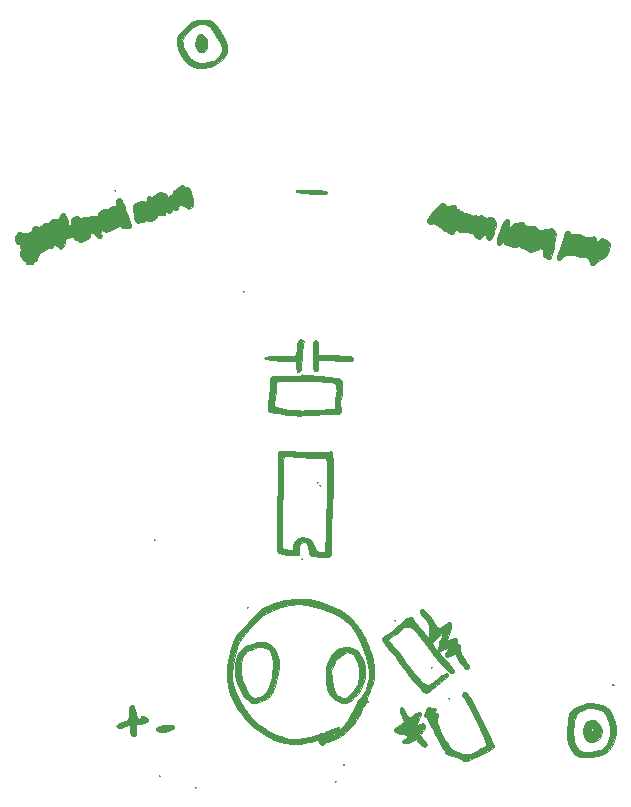
<source format=gbr>
G04 #@! TF.FileFunction,Legend,Top*
%FSLAX46Y46*%
G04 Gerber Fmt 4.6, Leading zero omitted, Abs format (unit mm)*
G04 Created by KiCad (PCBNEW 4.0.7-e2-6376~58~ubuntu16.04.1) date Tue Feb 27 01:52:11 2018*
%MOMM*%
%LPD*%
G01*
G04 APERTURE LIST*
%ADD10C,0.020000*%
%ADD11C,0.010000*%
G04 APERTURE END LIST*
D10*
D11*
G36*
X130074605Y-125913364D02*
X130032941Y-125956357D01*
X129989949Y-125914694D01*
X130031612Y-125871701D01*
X130074605Y-125913364D01*
X130074605Y-125913364D01*
G37*
X130074605Y-125913364D02*
X130032941Y-125956357D01*
X129989949Y-125914694D01*
X130031612Y-125871701D01*
X130074605Y-125913364D01*
G36*
X141921156Y-125388555D02*
X141879494Y-125431548D01*
X141836500Y-125389884D01*
X141878164Y-125346892D01*
X141921156Y-125388555D01*
X141921156Y-125388555D01*
G37*
X141921156Y-125388555D02*
X141879494Y-125431548D01*
X141836500Y-125389884D01*
X141878164Y-125346892D01*
X141921156Y-125388555D01*
G36*
X127011023Y-124945365D02*
X126969359Y-124988358D01*
X126926366Y-124946695D01*
X126968029Y-124903702D01*
X127011023Y-124945365D01*
X127011023Y-124945365D01*
G37*
X127011023Y-124945365D02*
X126969359Y-124988358D01*
X126926366Y-124946695D01*
X126968029Y-124903702D01*
X127011023Y-124945365D01*
G36*
X142632014Y-123923764D02*
X142643724Y-124024072D01*
X142633787Y-124036639D01*
X142583276Y-124025808D01*
X142576463Y-123981088D01*
X142606342Y-123910920D01*
X142632014Y-123923764D01*
X142632014Y-123923764D01*
G37*
X142632014Y-123923764D02*
X142643724Y-124024072D01*
X142633787Y-124036639D01*
X142583276Y-124025808D01*
X142576463Y-123981088D01*
X142606342Y-123910920D01*
X142632014Y-123923764D01*
G36*
X152995776Y-117825865D02*
X153082347Y-117919470D01*
X153228537Y-118148556D01*
X153424441Y-118494200D01*
X153660154Y-118937483D01*
X153925771Y-119459482D01*
X154211386Y-120041274D01*
X154507096Y-120663939D01*
X154699730Y-121080973D01*
X154882637Y-121475136D01*
X155047145Y-121817948D01*
X155177562Y-122077535D01*
X155258194Y-122222021D01*
X155268309Y-122235928D01*
X155298745Y-122386957D01*
X155203071Y-122575869D01*
X155007171Y-122765900D01*
X154809834Y-122887143D01*
X154601512Y-122981114D01*
X154456866Y-123030493D01*
X154440340Y-123032621D01*
X154334992Y-123070477D01*
X154119644Y-123170572D01*
X153833171Y-123314461D01*
X153702107Y-123382927D01*
X153395731Y-123539154D01*
X153142172Y-123658083D01*
X152981135Y-123721512D01*
X152950981Y-123727245D01*
X152822279Y-123682551D01*
X152630342Y-123580159D01*
X152612062Y-123569009D01*
X152396723Y-123466486D01*
X152089295Y-123355678D01*
X151815857Y-123276509D01*
X151507924Y-123180641D01*
X151294797Y-123078855D01*
X151219273Y-123004887D01*
X151144019Y-122863649D01*
X151004336Y-122645598D01*
X150900016Y-122495498D01*
X150731493Y-122224121D01*
X150544952Y-121868332D01*
X150379577Y-121503093D01*
X150373264Y-121487647D01*
X150239242Y-121173359D01*
X150115927Y-120910916D01*
X150026126Y-120748281D01*
X150013583Y-120731204D01*
X149902870Y-120547239D01*
X149849342Y-120416245D01*
X149769261Y-120269591D01*
X149700295Y-120228062D01*
X149646719Y-120167426D01*
X149657425Y-120106055D01*
X149628359Y-119983283D01*
X149536748Y-119932890D01*
X149411796Y-119874716D01*
X149382920Y-119779050D01*
X149451423Y-119608779D01*
X149554359Y-119431332D01*
X149687564Y-119238308D01*
X149811813Y-119161189D01*
X149993365Y-119164169D01*
X150037155Y-119170435D01*
X150308567Y-119233264D01*
X150416689Y-119318129D01*
X150366684Y-119429819D01*
X150341550Y-119452915D01*
X150226270Y-119588387D01*
X150249085Y-119659779D01*
X150382358Y-119649412D01*
X150541230Y-119666361D01*
X150618910Y-119784979D01*
X150590580Y-119947256D01*
X150539345Y-120016299D01*
X150483666Y-120097254D01*
X150474357Y-120206964D01*
X150517817Y-120383258D01*
X150620444Y-120663955D01*
X150670365Y-120790939D01*
X150867865Y-121281656D01*
X151018207Y-121634937D01*
X151132145Y-121872471D01*
X151220430Y-122015944D01*
X151293812Y-122087045D01*
X151318917Y-122099198D01*
X151426315Y-122199415D01*
X151541762Y-122391370D01*
X151558685Y-122428353D01*
X151650536Y-122591612D01*
X151785955Y-122714651D01*
X152008053Y-122827826D01*
X152269607Y-122928932D01*
X152679214Y-123064100D01*
X152995767Y-123120712D01*
X153278016Y-123095241D01*
X153584710Y-122984158D01*
X153886086Y-122831848D01*
X154262822Y-122629887D01*
X154508709Y-122479040D01*
X154637670Y-122342584D01*
X154663625Y-122183794D01*
X154600497Y-121965943D01*
X154462204Y-121652307D01*
X154391723Y-121497905D01*
X154144437Y-120964750D01*
X153883750Y-120424394D01*
X153621181Y-119898569D01*
X153368256Y-119409008D01*
X153136499Y-118977444D01*
X152937431Y-118625608D01*
X152782577Y-118375235D01*
X152683459Y-118248056D01*
X152662435Y-118236541D01*
X152580959Y-118179247D01*
X152591738Y-118050379D01*
X152682453Y-117911541D01*
X152736029Y-117868521D01*
X152911622Y-117815120D01*
X152995776Y-117825865D01*
X152995776Y-117825865D01*
G37*
X152995776Y-117825865D02*
X153082347Y-117919470D01*
X153228537Y-118148556D01*
X153424441Y-118494200D01*
X153660154Y-118937483D01*
X153925771Y-119459482D01*
X154211386Y-120041274D01*
X154507096Y-120663939D01*
X154699730Y-121080973D01*
X154882637Y-121475136D01*
X155047145Y-121817948D01*
X155177562Y-122077535D01*
X155258194Y-122222021D01*
X155268309Y-122235928D01*
X155298745Y-122386957D01*
X155203071Y-122575869D01*
X155007171Y-122765900D01*
X154809834Y-122887143D01*
X154601512Y-122981114D01*
X154456866Y-123030493D01*
X154440340Y-123032621D01*
X154334992Y-123070477D01*
X154119644Y-123170572D01*
X153833171Y-123314461D01*
X153702107Y-123382927D01*
X153395731Y-123539154D01*
X153142172Y-123658083D01*
X152981135Y-123721512D01*
X152950981Y-123727245D01*
X152822279Y-123682551D01*
X152630342Y-123580159D01*
X152612062Y-123569009D01*
X152396723Y-123466486D01*
X152089295Y-123355678D01*
X151815857Y-123276509D01*
X151507924Y-123180641D01*
X151294797Y-123078855D01*
X151219273Y-123004887D01*
X151144019Y-122863649D01*
X151004336Y-122645598D01*
X150900016Y-122495498D01*
X150731493Y-122224121D01*
X150544952Y-121868332D01*
X150379577Y-121503093D01*
X150373264Y-121487647D01*
X150239242Y-121173359D01*
X150115927Y-120910916D01*
X150026126Y-120748281D01*
X150013583Y-120731204D01*
X149902870Y-120547239D01*
X149849342Y-120416245D01*
X149769261Y-120269591D01*
X149700295Y-120228062D01*
X149646719Y-120167426D01*
X149657425Y-120106055D01*
X149628359Y-119983283D01*
X149536748Y-119932890D01*
X149411796Y-119874716D01*
X149382920Y-119779050D01*
X149451423Y-119608779D01*
X149554359Y-119431332D01*
X149687564Y-119238308D01*
X149811813Y-119161189D01*
X149993365Y-119164169D01*
X150037155Y-119170435D01*
X150308567Y-119233264D01*
X150416689Y-119318129D01*
X150366684Y-119429819D01*
X150341550Y-119452915D01*
X150226270Y-119588387D01*
X150249085Y-119659779D01*
X150382358Y-119649412D01*
X150541230Y-119666361D01*
X150618910Y-119784979D01*
X150590580Y-119947256D01*
X150539345Y-120016299D01*
X150483666Y-120097254D01*
X150474357Y-120206964D01*
X150517817Y-120383258D01*
X150620444Y-120663955D01*
X150670365Y-120790939D01*
X150867865Y-121281656D01*
X151018207Y-121634937D01*
X151132145Y-121872471D01*
X151220430Y-122015944D01*
X151293812Y-122087045D01*
X151318917Y-122099198D01*
X151426315Y-122199415D01*
X151541762Y-122391370D01*
X151558685Y-122428353D01*
X151650536Y-122591612D01*
X151785955Y-122714651D01*
X152008053Y-122827826D01*
X152269607Y-122928932D01*
X152679214Y-123064100D01*
X152995767Y-123120712D01*
X153278016Y-123095241D01*
X153584710Y-122984158D01*
X153886086Y-122831848D01*
X154262822Y-122629887D01*
X154508709Y-122479040D01*
X154637670Y-122342584D01*
X154663625Y-122183794D01*
X154600497Y-121965943D01*
X154462204Y-121652307D01*
X154391723Y-121497905D01*
X154144437Y-120964750D01*
X153883750Y-120424394D01*
X153621181Y-119898569D01*
X153368256Y-119409008D01*
X153136499Y-118977444D01*
X152937431Y-118625608D01*
X152782577Y-118375235D01*
X152683459Y-118248056D01*
X152662435Y-118236541D01*
X152580959Y-118179247D01*
X152591738Y-118050379D01*
X152682453Y-117911541D01*
X152736029Y-117868521D01*
X152911622Y-117815120D01*
X152995776Y-117825865D01*
G36*
X164069017Y-118846336D02*
X164478828Y-118974298D01*
X164835102Y-119143529D01*
X165076714Y-119332646D01*
X165245656Y-119598266D01*
X165408893Y-119975568D01*
X165548043Y-120407378D01*
X165644726Y-120836518D01*
X165680560Y-121205815D01*
X165680539Y-121210846D01*
X165602923Y-121763849D01*
X165392267Y-122285812D01*
X165071562Y-122736775D01*
X164663798Y-123076780D01*
X164579067Y-123125175D01*
X164355724Y-123202359D01*
X164017629Y-123272591D01*
X163619363Y-123329578D01*
X163215505Y-123367024D01*
X162860634Y-123378635D01*
X162609332Y-123358116D01*
X162592753Y-123354248D01*
X162212454Y-123172769D01*
X161902949Y-122850786D01*
X161676685Y-122406758D01*
X161546105Y-121859144D01*
X161537673Y-121789338D01*
X161520357Y-121433590D01*
X161521519Y-121391931D01*
X162047663Y-121383666D01*
X162064799Y-121745864D01*
X162104641Y-122016990D01*
X162270114Y-122431753D01*
X162529475Y-122752424D01*
X162720534Y-122883352D01*
X162929106Y-122931595D01*
X163236843Y-122939207D01*
X163579810Y-122911077D01*
X163894071Y-122852093D01*
X164096939Y-122778093D01*
X164205409Y-122734113D01*
X164193704Y-122793272D01*
X164214461Y-122826974D01*
X164349870Y-122776967D01*
X164399349Y-122751480D01*
X164648311Y-122547868D01*
X164887353Y-122235467D01*
X165079400Y-121872631D01*
X165187376Y-121517711D01*
X165188737Y-121509053D01*
X165186343Y-121258223D01*
X165131982Y-120902867D01*
X165037960Y-120495119D01*
X164916581Y-120087112D01*
X164780152Y-119730981D01*
X164757348Y-119681454D01*
X164615867Y-119535219D01*
X164358854Y-119389544D01*
X164038854Y-119265616D01*
X163708407Y-119184624D01*
X163476383Y-119164898D01*
X163264207Y-119205060D01*
X162996764Y-119304229D01*
X162719829Y-119438444D01*
X162479179Y-119583746D01*
X162320591Y-119716174D01*
X162282913Y-119789568D01*
X162244934Y-119948059D01*
X162179162Y-120093900D01*
X162120230Y-120290591D01*
X162077353Y-120605082D01*
X162052506Y-120986423D01*
X162047663Y-121383666D01*
X161521519Y-121391931D01*
X161532151Y-121010989D01*
X161568047Y-120567501D01*
X161623039Y-120149087D01*
X161692119Y-119801710D01*
X161770280Y-119571334D01*
X161781487Y-119551322D01*
X161932594Y-119404408D01*
X162199736Y-119233337D01*
X162536346Y-119061216D01*
X162895855Y-118911151D01*
X163231698Y-118806254D01*
X163322131Y-118786813D01*
X163664006Y-118777792D01*
X164069017Y-118846336D01*
X164069017Y-118846336D01*
G37*
X164069017Y-118846336D02*
X164478828Y-118974298D01*
X164835102Y-119143529D01*
X165076714Y-119332646D01*
X165245656Y-119598266D01*
X165408893Y-119975568D01*
X165548043Y-120407378D01*
X165644726Y-120836518D01*
X165680560Y-121205815D01*
X165680539Y-121210846D01*
X165602923Y-121763849D01*
X165392267Y-122285812D01*
X165071562Y-122736775D01*
X164663798Y-123076780D01*
X164579067Y-123125175D01*
X164355724Y-123202359D01*
X164017629Y-123272591D01*
X163619363Y-123329578D01*
X163215505Y-123367024D01*
X162860634Y-123378635D01*
X162609332Y-123358116D01*
X162592753Y-123354248D01*
X162212454Y-123172769D01*
X161902949Y-122850786D01*
X161676685Y-122406758D01*
X161546105Y-121859144D01*
X161537673Y-121789338D01*
X161520357Y-121433590D01*
X161521519Y-121391931D01*
X162047663Y-121383666D01*
X162064799Y-121745864D01*
X162104641Y-122016990D01*
X162270114Y-122431753D01*
X162529475Y-122752424D01*
X162720534Y-122883352D01*
X162929106Y-122931595D01*
X163236843Y-122939207D01*
X163579810Y-122911077D01*
X163894071Y-122852093D01*
X164096939Y-122778093D01*
X164205409Y-122734113D01*
X164193704Y-122793272D01*
X164214461Y-122826974D01*
X164349870Y-122776967D01*
X164399349Y-122751480D01*
X164648311Y-122547868D01*
X164887353Y-122235467D01*
X165079400Y-121872631D01*
X165187376Y-121517711D01*
X165188737Y-121509053D01*
X165186343Y-121258223D01*
X165131982Y-120902867D01*
X165037960Y-120495119D01*
X164916581Y-120087112D01*
X164780152Y-119730981D01*
X164757348Y-119681454D01*
X164615867Y-119535219D01*
X164358854Y-119389544D01*
X164038854Y-119265616D01*
X163708407Y-119184624D01*
X163476383Y-119164898D01*
X163264207Y-119205060D01*
X162996764Y-119304229D01*
X162719829Y-119438444D01*
X162479179Y-119583746D01*
X162320591Y-119716174D01*
X162282913Y-119789568D01*
X162244934Y-119948059D01*
X162179162Y-120093900D01*
X162120230Y-120290591D01*
X162077353Y-120605082D01*
X162052506Y-120986423D01*
X162047663Y-121383666D01*
X161521519Y-121391931D01*
X161532151Y-121010989D01*
X161568047Y-120567501D01*
X161623039Y-120149087D01*
X161692119Y-119801710D01*
X161770280Y-119571334D01*
X161781487Y-119551322D01*
X161932594Y-119404408D01*
X162199736Y-119233337D01*
X162536346Y-119061216D01*
X162895855Y-118911151D01*
X163231698Y-118806254D01*
X163322131Y-118786813D01*
X163664006Y-118777792D01*
X164069017Y-118846336D01*
G36*
X147559119Y-119151074D02*
X147684548Y-119300660D01*
X147818524Y-119539807D01*
X147958067Y-119782518D01*
X148083696Y-119948623D01*
X148156067Y-119998290D01*
X148282334Y-119945478D01*
X148464490Y-119816892D01*
X148507117Y-119781082D01*
X148750146Y-119621375D01*
X148975919Y-119560109D01*
X149133612Y-119608792D01*
X149135560Y-119708852D01*
X149084219Y-119895423D01*
X149003314Y-120104215D01*
X148916570Y-120270931D01*
X148869034Y-120325797D01*
X148808948Y-120441800D01*
X148777977Y-120641603D01*
X148782698Y-120790550D01*
X148829440Y-120791852D01*
X148922568Y-120682507D01*
X149092216Y-120530988D01*
X149283389Y-120491862D01*
X149440576Y-120566441D01*
X149496223Y-120668932D01*
X149480273Y-120869818D01*
X149329138Y-121134898D01*
X149294069Y-121181785D01*
X149041021Y-121511805D01*
X149356175Y-121849814D01*
X149565165Y-122119513D01*
X149636517Y-122326441D01*
X149568558Y-122459412D01*
X149453490Y-122500171D01*
X149272295Y-122446852D01*
X149035724Y-122242430D01*
X148983683Y-122185241D01*
X148681972Y-121843382D01*
X148349345Y-122022733D01*
X148055304Y-122150333D01*
X147802296Y-122205082D01*
X147624473Y-122185312D01*
X147555984Y-122089352D01*
X147558323Y-122061372D01*
X147646339Y-121929492D01*
X147830535Y-121792263D01*
X147877449Y-121767185D01*
X148020888Y-121692677D01*
X148083778Y-121636452D01*
X148048199Y-121583985D01*
X147896226Y-121520749D01*
X147609936Y-121432221D01*
X147381740Y-121365446D01*
X147051409Y-121243134D01*
X146889241Y-121116707D01*
X146894071Y-120983762D01*
X147064740Y-120841893D01*
X147115179Y-120814066D01*
X147357226Y-120666385D01*
X147561410Y-120509517D01*
X147568413Y-120503008D01*
X147743478Y-120338138D01*
X147538535Y-119948630D01*
X147380762Y-119584657D01*
X147337938Y-119316921D01*
X147411189Y-119156585D01*
X147455757Y-119131180D01*
X147559119Y-119151074D01*
X147559119Y-119151074D01*
G37*
X147559119Y-119151074D02*
X147684548Y-119300660D01*
X147818524Y-119539807D01*
X147958067Y-119782518D01*
X148083696Y-119948623D01*
X148156067Y-119998290D01*
X148282334Y-119945478D01*
X148464490Y-119816892D01*
X148507117Y-119781082D01*
X148750146Y-119621375D01*
X148975919Y-119560109D01*
X149133612Y-119608792D01*
X149135560Y-119708852D01*
X149084219Y-119895423D01*
X149003314Y-120104215D01*
X148916570Y-120270931D01*
X148869034Y-120325797D01*
X148808948Y-120441800D01*
X148777977Y-120641603D01*
X148782698Y-120790550D01*
X148829440Y-120791852D01*
X148922568Y-120682507D01*
X149092216Y-120530988D01*
X149283389Y-120491862D01*
X149440576Y-120566441D01*
X149496223Y-120668932D01*
X149480273Y-120869818D01*
X149329138Y-121134898D01*
X149294069Y-121181785D01*
X149041021Y-121511805D01*
X149356175Y-121849814D01*
X149565165Y-122119513D01*
X149636517Y-122326441D01*
X149568558Y-122459412D01*
X149453490Y-122500171D01*
X149272295Y-122446852D01*
X149035724Y-122242430D01*
X148983683Y-122185241D01*
X148681972Y-121843382D01*
X148349345Y-122022733D01*
X148055304Y-122150333D01*
X147802296Y-122205082D01*
X147624473Y-122185312D01*
X147555984Y-122089352D01*
X147558323Y-122061372D01*
X147646339Y-121929492D01*
X147830535Y-121792263D01*
X147877449Y-121767185D01*
X148020888Y-121692677D01*
X148083778Y-121636452D01*
X148048199Y-121583985D01*
X147896226Y-121520749D01*
X147609936Y-121432221D01*
X147381740Y-121365446D01*
X147051409Y-121243134D01*
X146889241Y-121116707D01*
X146894071Y-120983762D01*
X147064740Y-120841893D01*
X147115179Y-120814066D01*
X147357226Y-120666385D01*
X147561410Y-120509517D01*
X147568413Y-120503008D01*
X147743478Y-120338138D01*
X147538535Y-119948630D01*
X147380762Y-119584657D01*
X147337938Y-119316921D01*
X147411189Y-119156585D01*
X147455757Y-119131180D01*
X147559119Y-119151074D01*
G36*
X139410168Y-109976086D02*
X139738229Y-110008711D01*
X140041125Y-110057201D01*
X140346146Y-110130843D01*
X140680579Y-110238922D01*
X141071713Y-110390722D01*
X141546836Y-110595531D01*
X142133236Y-110862634D01*
X142454080Y-111011882D01*
X142802669Y-111234361D01*
X143187724Y-111581609D01*
X143579633Y-112022486D01*
X143948787Y-112525854D01*
X144062248Y-112703096D01*
X144300804Y-113097491D01*
X144472779Y-113409670D01*
X144604822Y-113698772D01*
X144723585Y-114023937D01*
X144855722Y-114444305D01*
X144873606Y-114503504D01*
X145055483Y-115156347D01*
X145164853Y-115698757D01*
X145200584Y-116173859D01*
X145161545Y-116624775D01*
X145046600Y-117094628D01*
X144854618Y-117626543D01*
X144787233Y-117791685D01*
X144648926Y-118145969D01*
X144582282Y-118379004D01*
X144580626Y-118519660D01*
X144607123Y-118570656D01*
X144649194Y-118672459D01*
X144544649Y-118736712D01*
X144425239Y-118839948D01*
X144285083Y-119049933D01*
X144192726Y-119236255D01*
X144038369Y-119567114D01*
X143856777Y-119916442D01*
X143667624Y-120251068D01*
X143490587Y-120537820D01*
X143345344Y-120743526D01*
X143251572Y-120835015D01*
X143243285Y-120836835D01*
X143143283Y-120895475D01*
X142969952Y-121046281D01*
X142783782Y-121232812D01*
X142383225Y-121600246D01*
X141961666Y-121853111D01*
X141450273Y-122031485D01*
X141381544Y-122049298D01*
X141125665Y-122125040D01*
X140944564Y-122199602D01*
X140892615Y-122237829D01*
X140766737Y-122320992D01*
X140611916Y-122284873D01*
X140494445Y-122150206D01*
X140480027Y-122108786D01*
X140440421Y-121989384D01*
X140378652Y-121925999D01*
X140261699Y-121917936D01*
X140056542Y-121964502D01*
X139730160Y-122065001D01*
X139648163Y-122091276D01*
X139270347Y-122196998D01*
X138932590Y-122247127D01*
X138548497Y-122251950D01*
X138367256Y-122243759D01*
X137529858Y-122133140D01*
X136733448Y-121890414D01*
X135956890Y-121506049D01*
X135179048Y-120970516D01*
X134746780Y-120611379D01*
X134565930Y-120435617D01*
X134341339Y-120193415D01*
X134100593Y-119917786D01*
X133871279Y-119641738D01*
X133680981Y-119398282D01*
X133557284Y-119220428D01*
X133524782Y-119149066D01*
X133486004Y-119040508D01*
X133389424Y-118844421D01*
X133337059Y-118747981D01*
X132996446Y-118040832D01*
X132789055Y-117360521D01*
X132699700Y-116652338D01*
X132693666Y-116429768D01*
X132704719Y-116245064D01*
X133159872Y-116237914D01*
X133184861Y-116856879D01*
X133306246Y-117410784D01*
X133331971Y-117487594D01*
X133724674Y-118426317D01*
X134207022Y-119268198D01*
X134765361Y-119994269D01*
X135386029Y-120585570D01*
X135752921Y-120848965D01*
X136093961Y-121066519D01*
X136337152Y-121216760D01*
X136528184Y-121322211D01*
X136712744Y-121405397D01*
X136936524Y-121488842D01*
X137245213Y-121595069D01*
X137314224Y-121618657D01*
X137694991Y-121740200D01*
X137996646Y-121806673D01*
X138296177Y-121828624D01*
X138670574Y-121816601D01*
X138731932Y-121812896D01*
X139220579Y-121757990D01*
X139718371Y-121661800D01*
X140040651Y-121572480D01*
X140381662Y-121460381D01*
X140491470Y-121424873D01*
X141701462Y-121405865D01*
X141722117Y-121449725D01*
X141769664Y-121453449D01*
X141883494Y-121390161D01*
X141899731Y-121367698D01*
X141885349Y-121319806D01*
X141819548Y-121335679D01*
X141701462Y-121405865D01*
X140491470Y-121424873D01*
X140701886Y-121356832D01*
X140925266Y-121286347D01*
X141177233Y-121190464D01*
X141481132Y-121050129D01*
X141623050Y-120976416D01*
X141872632Y-120861547D01*
X142078122Y-120803666D01*
X142158772Y-120805622D01*
X142240905Y-120855963D01*
X142229702Y-120949289D01*
X142154886Y-121088382D01*
X142143990Y-121137314D01*
X142228589Y-121073673D01*
X142391927Y-120911669D01*
X142500979Y-120794845D01*
X142735023Y-120521127D01*
X142943913Y-120230935D01*
X143147230Y-119890774D01*
X143364557Y-119467151D01*
X143615475Y-118926572D01*
X143687471Y-118765342D01*
X143818454Y-118522716D01*
X143953626Y-118352581D01*
X144023816Y-118306300D01*
X144149867Y-118200373D01*
X144298357Y-117969607D01*
X144451368Y-117653618D01*
X144590988Y-117292024D01*
X144699301Y-116924441D01*
X144741543Y-116719123D01*
X144764568Y-116184318D01*
X144685276Y-115559961D01*
X144516782Y-114880389D01*
X144272203Y-114179938D01*
X143964659Y-113492943D01*
X143607268Y-112853741D01*
X143213147Y-112296667D01*
X142932446Y-111983863D01*
X142736305Y-111798904D01*
X142540177Y-111641908D01*
X142316301Y-111498054D01*
X142036910Y-111352522D01*
X141674244Y-111190490D01*
X141200537Y-110997140D01*
X140760921Y-110824693D01*
X139830086Y-110549328D01*
X138892588Y-110442882D01*
X137953428Y-110505412D01*
X137017605Y-110736972D01*
X136889321Y-110782086D01*
X136481160Y-110952660D01*
X136099633Y-111164560D01*
X135716395Y-111439151D01*
X135303096Y-111797799D01*
X134831389Y-112261868D01*
X134584547Y-112519200D01*
X134223015Y-112917027D01*
X133957496Y-113259380D01*
X133760816Y-113596523D01*
X133605804Y-113978720D01*
X133465287Y-114456234D01*
X133401507Y-114707638D01*
X133231884Y-115529598D01*
X133159872Y-116237914D01*
X132704719Y-116245064D01*
X132738635Y-115678362D01*
X132873576Y-114876566D01*
X133082945Y-114095966D01*
X133348248Y-113414402D01*
X133511025Y-113142517D01*
X133771062Y-112791544D01*
X134100240Y-112392115D01*
X134470449Y-111974862D01*
X134853574Y-111570422D01*
X135221499Y-111209423D01*
X135546112Y-110922502D01*
X135799297Y-110740290D01*
X135805925Y-110736521D01*
X136689784Y-110322047D01*
X137601083Y-110063211D01*
X138562796Y-109955165D01*
X139410168Y-109976086D01*
X139410168Y-109976086D01*
G37*
X139410168Y-109976086D02*
X139738229Y-110008711D01*
X140041125Y-110057201D01*
X140346146Y-110130843D01*
X140680579Y-110238922D01*
X141071713Y-110390722D01*
X141546836Y-110595531D01*
X142133236Y-110862634D01*
X142454080Y-111011882D01*
X142802669Y-111234361D01*
X143187724Y-111581609D01*
X143579633Y-112022486D01*
X143948787Y-112525854D01*
X144062248Y-112703096D01*
X144300804Y-113097491D01*
X144472779Y-113409670D01*
X144604822Y-113698772D01*
X144723585Y-114023937D01*
X144855722Y-114444305D01*
X144873606Y-114503504D01*
X145055483Y-115156347D01*
X145164853Y-115698757D01*
X145200584Y-116173859D01*
X145161545Y-116624775D01*
X145046600Y-117094628D01*
X144854618Y-117626543D01*
X144787233Y-117791685D01*
X144648926Y-118145969D01*
X144582282Y-118379004D01*
X144580626Y-118519660D01*
X144607123Y-118570656D01*
X144649194Y-118672459D01*
X144544649Y-118736712D01*
X144425239Y-118839948D01*
X144285083Y-119049933D01*
X144192726Y-119236255D01*
X144038369Y-119567114D01*
X143856777Y-119916442D01*
X143667624Y-120251068D01*
X143490587Y-120537820D01*
X143345344Y-120743526D01*
X143251572Y-120835015D01*
X143243285Y-120836835D01*
X143143283Y-120895475D01*
X142969952Y-121046281D01*
X142783782Y-121232812D01*
X142383225Y-121600246D01*
X141961666Y-121853111D01*
X141450273Y-122031485D01*
X141381544Y-122049298D01*
X141125665Y-122125040D01*
X140944564Y-122199602D01*
X140892615Y-122237829D01*
X140766737Y-122320992D01*
X140611916Y-122284873D01*
X140494445Y-122150206D01*
X140480027Y-122108786D01*
X140440421Y-121989384D01*
X140378652Y-121925999D01*
X140261699Y-121917936D01*
X140056542Y-121964502D01*
X139730160Y-122065001D01*
X139648163Y-122091276D01*
X139270347Y-122196998D01*
X138932590Y-122247127D01*
X138548497Y-122251950D01*
X138367256Y-122243759D01*
X137529858Y-122133140D01*
X136733448Y-121890414D01*
X135956890Y-121506049D01*
X135179048Y-120970516D01*
X134746780Y-120611379D01*
X134565930Y-120435617D01*
X134341339Y-120193415D01*
X134100593Y-119917786D01*
X133871279Y-119641738D01*
X133680981Y-119398282D01*
X133557284Y-119220428D01*
X133524782Y-119149066D01*
X133486004Y-119040508D01*
X133389424Y-118844421D01*
X133337059Y-118747981D01*
X132996446Y-118040832D01*
X132789055Y-117360521D01*
X132699700Y-116652338D01*
X132693666Y-116429768D01*
X132704719Y-116245064D01*
X133159872Y-116237914D01*
X133184861Y-116856879D01*
X133306246Y-117410784D01*
X133331971Y-117487594D01*
X133724674Y-118426317D01*
X134207022Y-119268198D01*
X134765361Y-119994269D01*
X135386029Y-120585570D01*
X135752921Y-120848965D01*
X136093961Y-121066519D01*
X136337152Y-121216760D01*
X136528184Y-121322211D01*
X136712744Y-121405397D01*
X136936524Y-121488842D01*
X137245213Y-121595069D01*
X137314224Y-121618657D01*
X137694991Y-121740200D01*
X137996646Y-121806673D01*
X138296177Y-121828624D01*
X138670574Y-121816601D01*
X138731932Y-121812896D01*
X139220579Y-121757990D01*
X139718371Y-121661800D01*
X140040651Y-121572480D01*
X140381662Y-121460381D01*
X140491470Y-121424873D01*
X141701462Y-121405865D01*
X141722117Y-121449725D01*
X141769664Y-121453449D01*
X141883494Y-121390161D01*
X141899731Y-121367698D01*
X141885349Y-121319806D01*
X141819548Y-121335679D01*
X141701462Y-121405865D01*
X140491470Y-121424873D01*
X140701886Y-121356832D01*
X140925266Y-121286347D01*
X141177233Y-121190464D01*
X141481132Y-121050129D01*
X141623050Y-120976416D01*
X141872632Y-120861547D01*
X142078122Y-120803666D01*
X142158772Y-120805622D01*
X142240905Y-120855963D01*
X142229702Y-120949289D01*
X142154886Y-121088382D01*
X142143990Y-121137314D01*
X142228589Y-121073673D01*
X142391927Y-120911669D01*
X142500979Y-120794845D01*
X142735023Y-120521127D01*
X142943913Y-120230935D01*
X143147230Y-119890774D01*
X143364557Y-119467151D01*
X143615475Y-118926572D01*
X143687471Y-118765342D01*
X143818454Y-118522716D01*
X143953626Y-118352581D01*
X144023816Y-118306300D01*
X144149867Y-118200373D01*
X144298357Y-117969607D01*
X144451368Y-117653618D01*
X144590988Y-117292024D01*
X144699301Y-116924441D01*
X144741543Y-116719123D01*
X144764568Y-116184318D01*
X144685276Y-115559961D01*
X144516782Y-114880389D01*
X144272203Y-114179938D01*
X143964659Y-113492943D01*
X143607268Y-112853741D01*
X143213147Y-112296667D01*
X142932446Y-111983863D01*
X142736305Y-111798904D01*
X142540177Y-111641908D01*
X142316301Y-111498054D01*
X142036910Y-111352522D01*
X141674244Y-111190490D01*
X141200537Y-110997140D01*
X140760921Y-110824693D01*
X139830086Y-110549328D01*
X138892588Y-110442882D01*
X137953428Y-110505412D01*
X137017605Y-110736972D01*
X136889321Y-110782086D01*
X136481160Y-110952660D01*
X136099633Y-111164560D01*
X135716395Y-111439151D01*
X135303096Y-111797799D01*
X134831389Y-112261868D01*
X134584547Y-112519200D01*
X134223015Y-112917027D01*
X133957496Y-113259380D01*
X133760816Y-113596523D01*
X133605804Y-113978720D01*
X133465287Y-114456234D01*
X133401507Y-114707638D01*
X133231884Y-115529598D01*
X133159872Y-116237914D01*
X132704719Y-116245064D01*
X132738635Y-115678362D01*
X132873576Y-114876566D01*
X133082945Y-114095966D01*
X133348248Y-113414402D01*
X133511025Y-113142517D01*
X133771062Y-112791544D01*
X134100240Y-112392115D01*
X134470449Y-111974862D01*
X134853574Y-111570422D01*
X135221499Y-111209423D01*
X135546112Y-110922502D01*
X135799297Y-110740290D01*
X135805925Y-110736521D01*
X136689784Y-110322047D01*
X137601083Y-110063211D01*
X138562796Y-109955165D01*
X139410168Y-109976086D01*
G36*
X124754609Y-118971567D02*
X124871047Y-119118409D01*
X124930745Y-119350452D01*
X124931425Y-119360589D01*
X124984371Y-119750222D01*
X125084720Y-120001898D01*
X125226950Y-120102746D01*
X125250607Y-120104086D01*
X125381870Y-120046542D01*
X125408747Y-119974586D01*
X125467237Y-119865794D01*
X125626920Y-119862301D01*
X125856501Y-119963951D01*
X125877488Y-119976961D01*
X126048203Y-120136093D01*
X126063071Y-120284061D01*
X125935564Y-120407418D01*
X125679152Y-120492716D01*
X125327224Y-120526268D01*
X124994110Y-120531501D01*
X125002089Y-121039438D01*
X125002030Y-121321014D01*
X124979931Y-121473384D01*
X124919850Y-121536563D01*
X124805847Y-121550573D01*
X124798429Y-121550700D01*
X124634927Y-121516770D01*
X124575361Y-121448358D01*
X124548366Y-121281952D01*
X124542934Y-121258344D01*
X124523091Y-121119711D01*
X124504828Y-120904642D01*
X124504800Y-120904205D01*
X124487664Y-120634413D01*
X124113114Y-120768637D01*
X123778006Y-120859119D01*
X123521804Y-120869823D01*
X123372534Y-120802276D01*
X123345973Y-120726746D01*
X123425818Y-120622157D01*
X123658653Y-120500739D01*
X123869189Y-120422157D01*
X124151466Y-120321695D01*
X124309252Y-120239682D01*
X124379406Y-120143206D01*
X124398792Y-119999352D01*
X124400104Y-119948092D01*
X124410569Y-119556832D01*
X124426248Y-119299274D01*
X124450700Y-119139797D01*
X124487486Y-119042777D01*
X124491228Y-119036382D01*
X124616360Y-118935649D01*
X124754609Y-118971567D01*
X124754609Y-118971567D01*
G37*
X124754609Y-118971567D02*
X124871047Y-119118409D01*
X124930745Y-119350452D01*
X124931425Y-119360589D01*
X124984371Y-119750222D01*
X125084720Y-120001898D01*
X125226950Y-120102746D01*
X125250607Y-120104086D01*
X125381870Y-120046542D01*
X125408747Y-119974586D01*
X125467237Y-119865794D01*
X125626920Y-119862301D01*
X125856501Y-119963951D01*
X125877488Y-119976961D01*
X126048203Y-120136093D01*
X126063071Y-120284061D01*
X125935564Y-120407418D01*
X125679152Y-120492716D01*
X125327224Y-120526268D01*
X124994110Y-120531501D01*
X125002089Y-121039438D01*
X125002030Y-121321014D01*
X124979931Y-121473384D01*
X124919850Y-121536563D01*
X124805847Y-121550573D01*
X124798429Y-121550700D01*
X124634927Y-121516770D01*
X124575361Y-121448358D01*
X124548366Y-121281952D01*
X124542934Y-121258344D01*
X124523091Y-121119711D01*
X124504828Y-120904642D01*
X124504800Y-120904205D01*
X124487664Y-120634413D01*
X124113114Y-120768637D01*
X123778006Y-120859119D01*
X123521804Y-120869823D01*
X123372534Y-120802276D01*
X123345973Y-120726746D01*
X123425818Y-120622157D01*
X123658653Y-120500739D01*
X123869189Y-120422157D01*
X124151466Y-120321695D01*
X124309252Y-120239682D01*
X124379406Y-120143206D01*
X124398792Y-119999352D01*
X124400104Y-119948092D01*
X124410569Y-119556832D01*
X124426248Y-119299274D01*
X124450700Y-119139797D01*
X124487486Y-119042777D01*
X124491228Y-119036382D01*
X124616360Y-118935649D01*
X124754609Y-118971567D01*
G36*
X128079420Y-120639265D02*
X128164067Y-120685452D01*
X128196955Y-120774422D01*
X128198944Y-120786338D01*
X128191229Y-120893302D01*
X128105048Y-120975642D01*
X127906442Y-121057022D01*
X127732768Y-121111200D01*
X127392888Y-121206140D01*
X127166283Y-121247898D01*
X127006568Y-121239710D01*
X126867363Y-121184810D01*
X126845915Y-121173044D01*
X126720992Y-121050172D01*
X126694530Y-120969284D01*
X126770879Y-120819164D01*
X127006639Y-120712731D01*
X127403754Y-120649269D01*
X127598804Y-120636202D01*
X127904004Y-120626101D01*
X128079420Y-120639265D01*
X128079420Y-120639265D01*
G37*
X128079420Y-120639265D02*
X128164067Y-120685452D01*
X128196955Y-120774422D01*
X128198944Y-120786338D01*
X128191229Y-120893302D01*
X128105048Y-120975642D01*
X127906442Y-121057022D01*
X127732768Y-121111200D01*
X127392888Y-121206140D01*
X127166283Y-121247898D01*
X127006568Y-121239710D01*
X126867363Y-121184810D01*
X126845915Y-121173044D01*
X126720992Y-121050172D01*
X126694530Y-120969284D01*
X126770879Y-120819164D01*
X127006639Y-120712731D01*
X127403754Y-120649269D01*
X127598804Y-120636202D01*
X127904004Y-120626101D01*
X128079420Y-120639265D01*
G36*
X151548901Y-118378464D02*
X151507238Y-118421457D01*
X151464245Y-118379794D01*
X151505908Y-118336801D01*
X151548901Y-118378464D01*
X151548901Y-118378464D01*
G37*
X151548901Y-118378464D02*
X151507238Y-118421457D01*
X151464245Y-118379794D01*
X151505908Y-118336801D01*
X151548901Y-118378464D01*
G36*
X149350092Y-110845999D02*
X149526079Y-111006767D01*
X149759046Y-111284985D01*
X150062267Y-111693311D01*
X150140712Y-111803254D01*
X150354882Y-112097338D01*
X150535489Y-112331011D01*
X150659275Y-112474996D01*
X150699542Y-112506747D01*
X150795482Y-112447991D01*
X150861053Y-112378218D01*
X150998045Y-112250066D01*
X151205138Y-112096771D01*
X151249976Y-112067353D01*
X151463505Y-111953879D01*
X151601993Y-111947762D01*
X151652813Y-111977709D01*
X151709951Y-112055697D01*
X151716534Y-112186104D01*
X151670249Y-112410455D01*
X151618108Y-112600547D01*
X151517254Y-112920149D01*
X151410495Y-113207162D01*
X151338576Y-113364649D01*
X151259971Y-113518049D01*
X151256244Y-113580547D01*
X151348774Y-113553514D01*
X151558940Y-113438328D01*
X151651590Y-113384780D01*
X151947309Y-113247927D01*
X152136401Y-113242362D01*
X152219389Y-113368255D01*
X152209478Y-113565161D01*
X152194682Y-113743872D01*
X152253937Y-113804778D01*
X152306795Y-113805065D01*
X152405853Y-113833684D01*
X152436300Y-113971267D01*
X152433129Y-114070047D01*
X152455080Y-114324611D01*
X152561469Y-114612260D01*
X152766277Y-114963430D01*
X152990812Y-115283983D01*
X153173355Y-115581565D01*
X153226666Y-115795600D01*
X153150204Y-115916984D01*
X153029821Y-115941902D01*
X152885903Y-115871391D01*
X152694074Y-115675003D01*
X152477066Y-115380757D01*
X152257612Y-115016672D01*
X152215757Y-114938565D01*
X152099475Y-114721133D01*
X152023522Y-114627963D01*
X151944833Y-114635945D01*
X151820340Y-114721967D01*
X151816844Y-114724502D01*
X151597828Y-114831655D01*
X151377180Y-114863837D01*
X151219811Y-114814137D01*
X151199309Y-114790269D01*
X151206002Y-114673314D01*
X151285686Y-114481740D01*
X151315329Y-114428569D01*
X151442048Y-114194265D01*
X151464724Y-114086823D01*
X151378680Y-114095990D01*
X151207954Y-114193231D01*
X150929110Y-114331570D01*
X150714396Y-114363385D01*
X150604670Y-114300913D01*
X150600944Y-114183034D01*
X150641332Y-113966551D01*
X150709710Y-113711109D01*
X150789948Y-113476358D01*
X150865919Y-113321948D01*
X150871263Y-113314933D01*
X150955441Y-113168134D01*
X151041055Y-112965602D01*
X151132150Y-112714185D01*
X150898162Y-112928283D01*
X150689678Y-113121995D01*
X150443276Y-113354868D01*
X150355273Y-113439014D01*
X150046373Y-113735648D01*
X150362466Y-114158657D01*
X150561044Y-114406700D01*
X150834425Y-114725011D01*
X151138672Y-115063132D01*
X151305976Y-115242138D01*
X151631683Y-115601022D01*
X151834179Y-115867131D01*
X151920802Y-116055539D01*
X151898892Y-116181315D01*
X151797435Y-116251448D01*
X151694851Y-116238848D01*
X151531219Y-116130974D01*
X151291376Y-115915685D01*
X150961318Y-115582053D01*
X150674368Y-115278547D01*
X150420925Y-115003057D01*
X150230124Y-114787718D01*
X150135835Y-114671605D01*
X150036917Y-114529919D01*
X149866482Y-114284651D01*
X149649315Y-113971503D01*
X149433268Y-113659520D01*
X149088537Y-113176280D01*
X148808101Y-112822525D01*
X148572665Y-112580485D01*
X148362927Y-112432385D01*
X148159592Y-112360452D01*
X148006913Y-112345851D01*
X147726940Y-112384697D01*
X147545649Y-112520786D01*
X147404261Y-112656827D01*
X147169490Y-112840667D01*
X146897385Y-113029013D01*
X146647945Y-113200631D01*
X146467087Y-113343589D01*
X146391049Y-113429022D01*
X146390581Y-113432721D01*
X146444452Y-113523490D01*
X146588514Y-113707911D01*
X146798020Y-113955282D01*
X146950388Y-114127312D01*
X147269194Y-114502730D01*
X147612637Y-114940620D01*
X147916954Y-115359021D01*
X147975094Y-115444456D01*
X148268334Y-115863631D01*
X148567540Y-116258006D01*
X148853628Y-116605744D01*
X149107521Y-116885012D01*
X149310137Y-117073972D01*
X149442395Y-117150791D01*
X149464654Y-117149061D01*
X149600360Y-117169490D01*
X149672048Y-117227439D01*
X149754401Y-117285008D01*
X149863326Y-117253468D01*
X150041452Y-117118037D01*
X150078242Y-117086583D01*
X150374883Y-116846134D01*
X150681699Y-116622358D01*
X150965672Y-116436499D01*
X151193784Y-116309800D01*
X151333014Y-116263506D01*
X151351196Y-116267615D01*
X151431279Y-116392399D01*
X151372761Y-116559374D01*
X151221437Y-116707282D01*
X151047112Y-116840341D01*
X150797401Y-117038581D01*
X150531454Y-117254921D01*
X150115798Y-117585435D01*
X149797895Y-117812262D01*
X149586785Y-117929212D01*
X149524400Y-117944544D01*
X149431560Y-117887619D01*
X149263457Y-117737705D01*
X149070541Y-117541950D01*
X148570496Y-116990385D01*
X148150514Y-116484073D01*
X147760303Y-115960184D01*
X147490397Y-115567945D01*
X147221153Y-115190424D01*
X146921811Y-114807836D01*
X146640335Y-114480223D01*
X146524873Y-114359347D01*
X146228384Y-114037564D01*
X146000499Y-113735743D01*
X145858852Y-113481710D01*
X145821075Y-113303293D01*
X145833173Y-113267755D01*
X145925815Y-113186328D01*
X146119587Y-113053088D01*
X146319164Y-112929144D01*
X146595872Y-112738052D01*
X146922403Y-112474054D01*
X147234625Y-112189493D01*
X147277323Y-112147203D01*
X147619674Y-111837368D01*
X147928451Y-111621318D01*
X148185301Y-111506132D01*
X148371867Y-111498891D01*
X148469791Y-111606678D01*
X148480025Y-111683229D01*
X148540296Y-111823782D01*
X148690972Y-112015162D01*
X148793514Y-112117862D01*
X149009015Y-112338103D01*
X149264356Y-112629737D01*
X149483261Y-112902675D01*
X149861837Y-113400563D01*
X149852086Y-112779859D01*
X149802545Y-112263977D01*
X149665258Y-111874256D01*
X149429562Y-111586086D01*
X149290700Y-111484339D01*
X149121281Y-111310927D01*
X149039604Y-111094811D01*
X149061990Y-110897470D01*
X149115967Y-110826191D01*
X149217814Y-110790026D01*
X149350092Y-110845999D01*
X149350092Y-110845999D01*
G37*
X149350092Y-110845999D02*
X149526079Y-111006767D01*
X149759046Y-111284985D01*
X150062267Y-111693311D01*
X150140712Y-111803254D01*
X150354882Y-112097338D01*
X150535489Y-112331011D01*
X150659275Y-112474996D01*
X150699542Y-112506747D01*
X150795482Y-112447991D01*
X150861053Y-112378218D01*
X150998045Y-112250066D01*
X151205138Y-112096771D01*
X151249976Y-112067353D01*
X151463505Y-111953879D01*
X151601993Y-111947762D01*
X151652813Y-111977709D01*
X151709951Y-112055697D01*
X151716534Y-112186104D01*
X151670249Y-112410455D01*
X151618108Y-112600547D01*
X151517254Y-112920149D01*
X151410495Y-113207162D01*
X151338576Y-113364649D01*
X151259971Y-113518049D01*
X151256244Y-113580547D01*
X151348774Y-113553514D01*
X151558940Y-113438328D01*
X151651590Y-113384780D01*
X151947309Y-113247927D01*
X152136401Y-113242362D01*
X152219389Y-113368255D01*
X152209478Y-113565161D01*
X152194682Y-113743872D01*
X152253937Y-113804778D01*
X152306795Y-113805065D01*
X152405853Y-113833684D01*
X152436300Y-113971267D01*
X152433129Y-114070047D01*
X152455080Y-114324611D01*
X152561469Y-114612260D01*
X152766277Y-114963430D01*
X152990812Y-115283983D01*
X153173355Y-115581565D01*
X153226666Y-115795600D01*
X153150204Y-115916984D01*
X153029821Y-115941902D01*
X152885903Y-115871391D01*
X152694074Y-115675003D01*
X152477066Y-115380757D01*
X152257612Y-115016672D01*
X152215757Y-114938565D01*
X152099475Y-114721133D01*
X152023522Y-114627963D01*
X151944833Y-114635945D01*
X151820340Y-114721967D01*
X151816844Y-114724502D01*
X151597828Y-114831655D01*
X151377180Y-114863837D01*
X151219811Y-114814137D01*
X151199309Y-114790269D01*
X151206002Y-114673314D01*
X151285686Y-114481740D01*
X151315329Y-114428569D01*
X151442048Y-114194265D01*
X151464724Y-114086823D01*
X151378680Y-114095990D01*
X151207954Y-114193231D01*
X150929110Y-114331570D01*
X150714396Y-114363385D01*
X150604670Y-114300913D01*
X150600944Y-114183034D01*
X150641332Y-113966551D01*
X150709710Y-113711109D01*
X150789948Y-113476358D01*
X150865919Y-113321948D01*
X150871263Y-113314933D01*
X150955441Y-113168134D01*
X151041055Y-112965602D01*
X151132150Y-112714185D01*
X150898162Y-112928283D01*
X150689678Y-113121995D01*
X150443276Y-113354868D01*
X150355273Y-113439014D01*
X150046373Y-113735648D01*
X150362466Y-114158657D01*
X150561044Y-114406700D01*
X150834425Y-114725011D01*
X151138672Y-115063132D01*
X151305976Y-115242138D01*
X151631683Y-115601022D01*
X151834179Y-115867131D01*
X151920802Y-116055539D01*
X151898892Y-116181315D01*
X151797435Y-116251448D01*
X151694851Y-116238848D01*
X151531219Y-116130974D01*
X151291376Y-115915685D01*
X150961318Y-115582053D01*
X150674368Y-115278547D01*
X150420925Y-115003057D01*
X150230124Y-114787718D01*
X150135835Y-114671605D01*
X150036917Y-114529919D01*
X149866482Y-114284651D01*
X149649315Y-113971503D01*
X149433268Y-113659520D01*
X149088537Y-113176280D01*
X148808101Y-112822525D01*
X148572665Y-112580485D01*
X148362927Y-112432385D01*
X148159592Y-112360452D01*
X148006913Y-112345851D01*
X147726940Y-112384697D01*
X147545649Y-112520786D01*
X147404261Y-112656827D01*
X147169490Y-112840667D01*
X146897385Y-113029013D01*
X146647945Y-113200631D01*
X146467087Y-113343589D01*
X146391049Y-113429022D01*
X146390581Y-113432721D01*
X146444452Y-113523490D01*
X146588514Y-113707911D01*
X146798020Y-113955282D01*
X146950388Y-114127312D01*
X147269194Y-114502730D01*
X147612637Y-114940620D01*
X147916954Y-115359021D01*
X147975094Y-115444456D01*
X148268334Y-115863631D01*
X148567540Y-116258006D01*
X148853628Y-116605744D01*
X149107521Y-116885012D01*
X149310137Y-117073972D01*
X149442395Y-117150791D01*
X149464654Y-117149061D01*
X149600360Y-117169490D01*
X149672048Y-117227439D01*
X149754401Y-117285008D01*
X149863326Y-117253468D01*
X150041452Y-117118037D01*
X150078242Y-117086583D01*
X150374883Y-116846134D01*
X150681699Y-116622358D01*
X150965672Y-116436499D01*
X151193784Y-116309800D01*
X151333014Y-116263506D01*
X151351196Y-116267615D01*
X151431279Y-116392399D01*
X151372761Y-116559374D01*
X151221437Y-116707282D01*
X151047112Y-116840341D01*
X150797401Y-117038581D01*
X150531454Y-117254921D01*
X150115798Y-117585435D01*
X149797895Y-117812262D01*
X149586785Y-117929212D01*
X149524400Y-117944544D01*
X149431560Y-117887619D01*
X149263457Y-117737705D01*
X149070541Y-117541950D01*
X148570496Y-116990385D01*
X148150514Y-116484073D01*
X147760303Y-115960184D01*
X147490397Y-115567945D01*
X147221153Y-115190424D01*
X146921811Y-114807836D01*
X146640335Y-114480223D01*
X146524873Y-114359347D01*
X146228384Y-114037564D01*
X146000499Y-113735743D01*
X145858852Y-113481710D01*
X145821075Y-113303293D01*
X145833173Y-113267755D01*
X145925815Y-113186328D01*
X146119587Y-113053088D01*
X146319164Y-112929144D01*
X146595872Y-112738052D01*
X146922403Y-112474054D01*
X147234625Y-112189493D01*
X147277323Y-112147203D01*
X147619674Y-111837368D01*
X147928451Y-111621318D01*
X148185301Y-111506132D01*
X148371867Y-111498891D01*
X148469791Y-111606678D01*
X148480025Y-111683229D01*
X148540296Y-111823782D01*
X148690972Y-112015162D01*
X148793514Y-112117862D01*
X149009015Y-112338103D01*
X149264356Y-112629737D01*
X149483261Y-112902675D01*
X149861837Y-113400563D01*
X149852086Y-112779859D01*
X149802545Y-112263977D01*
X149665258Y-111874256D01*
X149429562Y-111586086D01*
X149290700Y-111484339D01*
X149121281Y-111310927D01*
X149039604Y-111094811D01*
X149061990Y-110897470D01*
X149115967Y-110826191D01*
X149217814Y-110790026D01*
X149350092Y-110845999D01*
G36*
X165422469Y-117148011D02*
X165498817Y-117228556D01*
X165413949Y-117269888D01*
X165371233Y-117272215D01*
X165283387Y-117231934D01*
X165291075Y-117187416D01*
X165391764Y-117136987D01*
X165422469Y-117148011D01*
X165422469Y-117148011D01*
G37*
X165422469Y-117148011D02*
X165498817Y-117228556D01*
X165413949Y-117269888D01*
X165371233Y-117272215D01*
X165283387Y-117231934D01*
X165291075Y-117187416D01*
X165391764Y-117136987D01*
X165422469Y-117148011D01*
G36*
X150068519Y-115776730D02*
X150026856Y-115819722D01*
X149983863Y-115778059D01*
X150025526Y-115735066D01*
X150068519Y-115776730D01*
X150068519Y-115776730D01*
G37*
X150068519Y-115776730D02*
X150026856Y-115819722D01*
X149983863Y-115778059D01*
X150025526Y-115735066D01*
X150068519Y-115776730D01*
G36*
X146957060Y-111761107D02*
X146915397Y-111804100D01*
X146872404Y-111762437D01*
X146914067Y-111719443D01*
X146957060Y-111761107D01*
X146957060Y-111761107D01*
G37*
X146957060Y-111761107D02*
X146915397Y-111804100D01*
X146872404Y-111762437D01*
X146914067Y-111719443D01*
X146957060Y-111761107D01*
G36*
X134492647Y-110686757D02*
X134450984Y-110729749D01*
X134407992Y-110688087D01*
X134449654Y-110645093D01*
X134492647Y-110686757D01*
X134492647Y-110686757D01*
G37*
X134492647Y-110686757D02*
X134450984Y-110729749D01*
X134407992Y-110688087D01*
X134449654Y-110645093D01*
X134492647Y-110686757D01*
G36*
X139084905Y-106550114D02*
X139043242Y-106593107D01*
X139000249Y-106551444D01*
X139041912Y-106508451D01*
X139084905Y-106550114D01*
X139084905Y-106550114D01*
G37*
X139084905Y-106550114D02*
X139043242Y-106593107D01*
X139000249Y-106551444D01*
X139041912Y-106508451D01*
X139084905Y-106550114D01*
G36*
X137780205Y-97414377D02*
X138245776Y-97446330D01*
X138885796Y-97491776D01*
X139500964Y-97524505D01*
X140066366Y-97544130D01*
X140557085Y-97550270D01*
X140948209Y-97542543D01*
X141214823Y-97520563D01*
X141319780Y-97493582D01*
X141436155Y-97451139D01*
X141524577Y-97481482D01*
X141588963Y-97601682D01*
X141633231Y-97828816D01*
X141661298Y-98179957D01*
X141677081Y-98672178D01*
X141682600Y-99075088D01*
X141683451Y-99695710D01*
X141676389Y-100396202D01*
X141662643Y-101099374D01*
X141643439Y-101728030D01*
X141638430Y-101852759D01*
X141598528Y-102802747D01*
X141566042Y-103599164D01*
X141540426Y-104257590D01*
X141521132Y-104793598D01*
X141507611Y-105222766D01*
X141499318Y-105560671D01*
X141495703Y-105822888D01*
X141495456Y-105919506D01*
X141491982Y-106165145D01*
X141461833Y-106326599D01*
X141376828Y-106417322D01*
X141208794Y-106450771D01*
X140929552Y-106440399D01*
X140510926Y-106399663D01*
X140493667Y-106397880D01*
X140116891Y-106355085D01*
X139877433Y-106309404D01*
X139743886Y-106243622D01*
X139684842Y-106140517D01*
X139668894Y-105982873D01*
X139668144Y-105945303D01*
X139618737Y-105599015D01*
X139497605Y-105341562D01*
X139327287Y-105193102D01*
X139130319Y-105173796D01*
X138939205Y-105293283D01*
X138851744Y-105455122D01*
X138828682Y-105716919D01*
X138836315Y-105866470D01*
X138853674Y-106049602D01*
X138855429Y-106173536D01*
X138815362Y-106247268D01*
X138707254Y-106279788D01*
X138504887Y-106280091D01*
X138182042Y-106257170D01*
X137788768Y-106225796D01*
X137426265Y-106183763D01*
X137160774Y-106124243D01*
X137032233Y-106058987D01*
X137000764Y-105972676D01*
X136977746Y-105788241D01*
X136962799Y-105491995D01*
X136955540Y-105070256D01*
X136955561Y-104810092D01*
X137379910Y-104803426D01*
X137387350Y-105236642D01*
X137401008Y-105537494D01*
X137420907Y-105690347D01*
X137429533Y-105706096D01*
X137553852Y-105741860D01*
X137779960Y-105782779D01*
X137898639Y-105799531D01*
X138291487Y-105850150D01*
X138342575Y-105468715D01*
X138402544Y-105199831D01*
X138522271Y-105022970D01*
X138687846Y-104899013D01*
X139042878Y-104759272D01*
X139396337Y-104772945D01*
X139715923Y-104926929D01*
X139969337Y-105208115D01*
X140087993Y-105467175D01*
X140162046Y-105695147D01*
X140216097Y-105860476D01*
X140221231Y-105876016D01*
X140325647Y-105944555D01*
X140555116Y-105975018D01*
X140628812Y-105975459D01*
X141001491Y-105969604D01*
X141043484Y-105312698D01*
X141062426Y-104960692D01*
X141082113Y-104501478D01*
X141100097Y-103997147D01*
X141112838Y-103554557D01*
X141126344Y-103071758D01*
X141142501Y-102586626D01*
X141159216Y-102157699D01*
X141173453Y-101860063D01*
X141187685Y-101502450D01*
X141196296Y-101062244D01*
X141199690Y-100568994D01*
X141198273Y-100052246D01*
X141192450Y-99541552D01*
X141182626Y-99066457D01*
X141169206Y-98656510D01*
X141152596Y-98341258D01*
X141133201Y-98150252D01*
X141122028Y-98109648D01*
X141001424Y-98057119D01*
X140719783Y-98027877D01*
X140273964Y-98021632D01*
X140188682Y-98022725D01*
X139690165Y-98015832D01*
X139124849Y-97985532D01*
X138592713Y-97937732D01*
X138445490Y-97919669D01*
X138079337Y-97875773D01*
X137778933Y-97849134D01*
X137581542Y-97842495D01*
X137523884Y-97851874D01*
X137506199Y-97949988D01*
X137490606Y-98185097D01*
X137478532Y-98524861D01*
X137471401Y-98936946D01*
X137470474Y-99062786D01*
X137465639Y-99607927D01*
X137457082Y-100204666D01*
X137446066Y-100776363D01*
X137435305Y-101199031D01*
X137411947Y-102059574D01*
X137394709Y-102865917D01*
X137383609Y-103602430D01*
X137378670Y-104253477D01*
X137379910Y-104803426D01*
X136955561Y-104810092D01*
X136955587Y-104509338D01*
X136962560Y-103795558D01*
X136964689Y-103637732D01*
X136973849Y-102956384D01*
X136982483Y-102264633D01*
X136990167Y-101600461D01*
X136996473Y-101001850D01*
X137000976Y-100506779D01*
X137002884Y-100232038D01*
X137007323Y-99488004D01*
X137012296Y-98895251D01*
X137018691Y-98435726D01*
X137027398Y-98091376D01*
X137039308Y-97844148D01*
X137055309Y-97675989D01*
X137076292Y-97568847D01*
X137103145Y-97504670D01*
X137136759Y-97465404D01*
X137139329Y-97463173D01*
X137244812Y-97422085D01*
X137450954Y-97405934D01*
X137780205Y-97414377D01*
X137780205Y-97414377D01*
G37*
X137780205Y-97414377D02*
X138245776Y-97446330D01*
X138885796Y-97491776D01*
X139500964Y-97524505D01*
X140066366Y-97544130D01*
X140557085Y-97550270D01*
X140948209Y-97542543D01*
X141214823Y-97520563D01*
X141319780Y-97493582D01*
X141436155Y-97451139D01*
X141524577Y-97481482D01*
X141588963Y-97601682D01*
X141633231Y-97828816D01*
X141661298Y-98179957D01*
X141677081Y-98672178D01*
X141682600Y-99075088D01*
X141683451Y-99695710D01*
X141676389Y-100396202D01*
X141662643Y-101099374D01*
X141643439Y-101728030D01*
X141638430Y-101852759D01*
X141598528Y-102802747D01*
X141566042Y-103599164D01*
X141540426Y-104257590D01*
X141521132Y-104793598D01*
X141507611Y-105222766D01*
X141499318Y-105560671D01*
X141495703Y-105822888D01*
X141495456Y-105919506D01*
X141491982Y-106165145D01*
X141461833Y-106326599D01*
X141376828Y-106417322D01*
X141208794Y-106450771D01*
X140929552Y-106440399D01*
X140510926Y-106399663D01*
X140493667Y-106397880D01*
X140116891Y-106355085D01*
X139877433Y-106309404D01*
X139743886Y-106243622D01*
X139684842Y-106140517D01*
X139668894Y-105982873D01*
X139668144Y-105945303D01*
X139618737Y-105599015D01*
X139497605Y-105341562D01*
X139327287Y-105193102D01*
X139130319Y-105173796D01*
X138939205Y-105293283D01*
X138851744Y-105455122D01*
X138828682Y-105716919D01*
X138836315Y-105866470D01*
X138853674Y-106049602D01*
X138855429Y-106173536D01*
X138815362Y-106247268D01*
X138707254Y-106279788D01*
X138504887Y-106280091D01*
X138182042Y-106257170D01*
X137788768Y-106225796D01*
X137426265Y-106183763D01*
X137160774Y-106124243D01*
X137032233Y-106058987D01*
X137000764Y-105972676D01*
X136977746Y-105788241D01*
X136962799Y-105491995D01*
X136955540Y-105070256D01*
X136955561Y-104810092D01*
X137379910Y-104803426D01*
X137387350Y-105236642D01*
X137401008Y-105537494D01*
X137420907Y-105690347D01*
X137429533Y-105706096D01*
X137553852Y-105741860D01*
X137779960Y-105782779D01*
X137898639Y-105799531D01*
X138291487Y-105850150D01*
X138342575Y-105468715D01*
X138402544Y-105199831D01*
X138522271Y-105022970D01*
X138687846Y-104899013D01*
X139042878Y-104759272D01*
X139396337Y-104772945D01*
X139715923Y-104926929D01*
X139969337Y-105208115D01*
X140087993Y-105467175D01*
X140162046Y-105695147D01*
X140216097Y-105860476D01*
X140221231Y-105876016D01*
X140325647Y-105944555D01*
X140555116Y-105975018D01*
X140628812Y-105975459D01*
X141001491Y-105969604D01*
X141043484Y-105312698D01*
X141062426Y-104960692D01*
X141082113Y-104501478D01*
X141100097Y-103997147D01*
X141112838Y-103554557D01*
X141126344Y-103071758D01*
X141142501Y-102586626D01*
X141159216Y-102157699D01*
X141173453Y-101860063D01*
X141187685Y-101502450D01*
X141196296Y-101062244D01*
X141199690Y-100568994D01*
X141198273Y-100052246D01*
X141192450Y-99541552D01*
X141182626Y-99066457D01*
X141169206Y-98656510D01*
X141152596Y-98341258D01*
X141133201Y-98150252D01*
X141122028Y-98109648D01*
X141001424Y-98057119D01*
X140719783Y-98027877D01*
X140273964Y-98021632D01*
X140188682Y-98022725D01*
X139690165Y-98015832D01*
X139124849Y-97985532D01*
X138592713Y-97937732D01*
X138445490Y-97919669D01*
X138079337Y-97875773D01*
X137778933Y-97849134D01*
X137581542Y-97842495D01*
X137523884Y-97851874D01*
X137506199Y-97949988D01*
X137490606Y-98185097D01*
X137478532Y-98524861D01*
X137471401Y-98936946D01*
X137470474Y-99062786D01*
X137465639Y-99607927D01*
X137457082Y-100204666D01*
X137446066Y-100776363D01*
X137435305Y-101199031D01*
X137411947Y-102059574D01*
X137394709Y-102865917D01*
X137383609Y-103602430D01*
X137378670Y-104253477D01*
X137379910Y-104803426D01*
X136955561Y-104810092D01*
X136955587Y-104509338D01*
X136962560Y-103795558D01*
X136964689Y-103637732D01*
X136973849Y-102956384D01*
X136982483Y-102264633D01*
X136990167Y-101600461D01*
X136996473Y-101001850D01*
X137000976Y-100506779D01*
X137002884Y-100232038D01*
X137007323Y-99488004D01*
X137012296Y-98895251D01*
X137018691Y-98435726D01*
X137027398Y-98091376D01*
X137039308Y-97844148D01*
X137055309Y-97675989D01*
X137076292Y-97568847D01*
X137103145Y-97504670D01*
X137136759Y-97465404D01*
X137139329Y-97463173D01*
X137244812Y-97422085D01*
X137450954Y-97405934D01*
X137780205Y-97414377D01*
G36*
X126612513Y-104967827D02*
X126570850Y-105010820D01*
X126527856Y-104969157D01*
X126569520Y-104926163D01*
X126612513Y-104967827D01*
X126612513Y-104967827D01*
G37*
X126612513Y-104967827D02*
X126570850Y-105010820D01*
X126527856Y-104969157D01*
X126569520Y-104926163D01*
X126612513Y-104967827D01*
G36*
X139074307Y-90969692D02*
X139183601Y-91008130D01*
X139416913Y-91035425D01*
X139729048Y-91046881D01*
X139815145Y-91046709D01*
X140195511Y-91057690D01*
X140669861Y-91092644D01*
X141165539Y-91145460D01*
X141449475Y-91184159D01*
X141864536Y-91249233D01*
X142141943Y-91302646D01*
X142311927Y-91354831D01*
X142404719Y-91416221D01*
X142450548Y-91497252D01*
X142461422Y-91533425D01*
X142486692Y-91738584D01*
X142488779Y-92033226D01*
X142471588Y-92363705D01*
X142439022Y-92676373D01*
X142394987Y-92917582D01*
X142352879Y-93024647D01*
X142314145Y-93162188D01*
X142304228Y-93403777D01*
X142315189Y-93585862D01*
X142342805Y-93887729D01*
X142338958Y-94095914D01*
X142278818Y-94227794D01*
X142137557Y-94300745D01*
X141890349Y-94332146D01*
X141512365Y-94339371D01*
X141238629Y-94339337D01*
X140752796Y-94344898D01*
X140249226Y-94360187D01*
X139795889Y-94382684D01*
X139529159Y-94402821D01*
X139146844Y-94430379D01*
X138774696Y-94443083D01*
X138488586Y-94438465D01*
X138471236Y-94437238D01*
X138195761Y-94407930D01*
X137829618Y-94358453D01*
X137448705Y-94299122D01*
X137422347Y-94294680D01*
X137062290Y-94240349D01*
X136729392Y-94201634D01*
X136489023Y-94185979D01*
X136468023Y-94186026D01*
X136262203Y-94160951D01*
X136171452Y-94089178D01*
X136170838Y-94084849D01*
X136165640Y-93758427D01*
X136183021Y-93523714D01*
X136666694Y-93516116D01*
X136735569Y-93652261D01*
X136909390Y-93741046D01*
X137211415Y-93808884D01*
X137509514Y-93857727D01*
X138011572Y-93934650D01*
X138398111Y-93985593D01*
X138720481Y-94013386D01*
X139030025Y-94020863D01*
X139378092Y-94010855D01*
X139816027Y-93986194D01*
X139826610Y-93985537D01*
X140279565Y-93958996D01*
X140744989Y-93934432D01*
X141150272Y-93915573D01*
X141307265Y-93909465D01*
X141892048Y-93889126D01*
X141887354Y-93320445D01*
X141893088Y-93023622D01*
X141912642Y-92797059D01*
X141940983Y-92691581D01*
X141983656Y-92564957D01*
X141997623Y-92344862D01*
X141986588Y-92090598D01*
X141954255Y-91861469D01*
X141904330Y-91716778D01*
X141878755Y-91695385D01*
X141519673Y-91627826D01*
X141019117Y-91571801D01*
X140404657Y-91529037D01*
X139703867Y-91501264D01*
X138944322Y-91490206D01*
X138615475Y-91490954D01*
X138036406Y-91495739D01*
X137604920Y-91502066D01*
X137299267Y-91512287D01*
X137097700Y-91528760D01*
X136978469Y-91553843D01*
X136919826Y-91589889D01*
X136900022Y-91639258D01*
X136897720Y-91677065D01*
X136877713Y-92066102D01*
X136836468Y-92481248D01*
X136782533Y-92845761D01*
X136750748Y-92996106D01*
X136679507Y-93306202D01*
X136666694Y-93516116D01*
X136183021Y-93523714D01*
X136196245Y-93345151D01*
X136250111Y-92961631D01*
X136291848Y-92651857D01*
X136327091Y-92261642D01*
X136346767Y-91908097D01*
X136362319Y-91589213D01*
X136399379Y-91358884D01*
X136481887Y-91203761D01*
X136633780Y-91110492D01*
X136878998Y-91065732D01*
X137241480Y-91056129D01*
X137745164Y-91068335D01*
X137846794Y-91071626D01*
X138326366Y-91084281D01*
X138659770Y-91084755D01*
X138869834Y-91071603D01*
X138979381Y-91043377D01*
X139011238Y-90998629D01*
X139011241Y-90997805D01*
X139040680Y-90939185D01*
X139074307Y-90969692D01*
X139074307Y-90969692D01*
G37*
X139074307Y-90969692D02*
X139183601Y-91008130D01*
X139416913Y-91035425D01*
X139729048Y-91046881D01*
X139815145Y-91046709D01*
X140195511Y-91057690D01*
X140669861Y-91092644D01*
X141165539Y-91145460D01*
X141449475Y-91184159D01*
X141864536Y-91249233D01*
X142141943Y-91302646D01*
X142311927Y-91354831D01*
X142404719Y-91416221D01*
X142450548Y-91497252D01*
X142461422Y-91533425D01*
X142486692Y-91738584D01*
X142488779Y-92033226D01*
X142471588Y-92363705D01*
X142439022Y-92676373D01*
X142394987Y-92917582D01*
X142352879Y-93024647D01*
X142314145Y-93162188D01*
X142304228Y-93403777D01*
X142315189Y-93585862D01*
X142342805Y-93887729D01*
X142338958Y-94095914D01*
X142278818Y-94227794D01*
X142137557Y-94300745D01*
X141890349Y-94332146D01*
X141512365Y-94339371D01*
X141238629Y-94339337D01*
X140752796Y-94344898D01*
X140249226Y-94360187D01*
X139795889Y-94382684D01*
X139529159Y-94402821D01*
X139146844Y-94430379D01*
X138774696Y-94443083D01*
X138488586Y-94438465D01*
X138471236Y-94437238D01*
X138195761Y-94407930D01*
X137829618Y-94358453D01*
X137448705Y-94299122D01*
X137422347Y-94294680D01*
X137062290Y-94240349D01*
X136729392Y-94201634D01*
X136489023Y-94185979D01*
X136468023Y-94186026D01*
X136262203Y-94160951D01*
X136171452Y-94089178D01*
X136170838Y-94084849D01*
X136165640Y-93758427D01*
X136183021Y-93523714D01*
X136666694Y-93516116D01*
X136735569Y-93652261D01*
X136909390Y-93741046D01*
X137211415Y-93808884D01*
X137509514Y-93857727D01*
X138011572Y-93934650D01*
X138398111Y-93985593D01*
X138720481Y-94013386D01*
X139030025Y-94020863D01*
X139378092Y-94010855D01*
X139816027Y-93986194D01*
X139826610Y-93985537D01*
X140279565Y-93958996D01*
X140744989Y-93934432D01*
X141150272Y-93915573D01*
X141307265Y-93909465D01*
X141892048Y-93889126D01*
X141887354Y-93320445D01*
X141893088Y-93023622D01*
X141912642Y-92797059D01*
X141940983Y-92691581D01*
X141983656Y-92564957D01*
X141997623Y-92344862D01*
X141986588Y-92090598D01*
X141954255Y-91861469D01*
X141904330Y-91716778D01*
X141878755Y-91695385D01*
X141519673Y-91627826D01*
X141019117Y-91571801D01*
X140404657Y-91529037D01*
X139703867Y-91501264D01*
X138944322Y-91490206D01*
X138615475Y-91490954D01*
X138036406Y-91495739D01*
X137604920Y-91502066D01*
X137299267Y-91512287D01*
X137097700Y-91528760D01*
X136978469Y-91553843D01*
X136919826Y-91589889D01*
X136900022Y-91639258D01*
X136897720Y-91677065D01*
X136877713Y-92066102D01*
X136836468Y-92481248D01*
X136782533Y-92845761D01*
X136750748Y-92996106D01*
X136679507Y-93306202D01*
X136666694Y-93516116D01*
X136183021Y-93523714D01*
X136196245Y-93345151D01*
X136250111Y-92961631D01*
X136291848Y-92651857D01*
X136327091Y-92261642D01*
X136346767Y-91908097D01*
X136362319Y-91589213D01*
X136399379Y-91358884D01*
X136481887Y-91203761D01*
X136633780Y-91110492D01*
X136878998Y-91065732D01*
X137241480Y-91056129D01*
X137745164Y-91068335D01*
X137846794Y-91071626D01*
X138326366Y-91084281D01*
X138659770Y-91084755D01*
X138869834Y-91071603D01*
X138979381Y-91043377D01*
X139011238Y-90998629D01*
X139011241Y-90997805D01*
X139040680Y-90939185D01*
X139074307Y-90969692D01*
G36*
X139156856Y-88016987D02*
X139237644Y-88166916D01*
X139182724Y-88381093D01*
X139130152Y-88569994D01*
X139084808Y-88892710D01*
X139050872Y-89313748D01*
X139037127Y-89616741D01*
X139012142Y-90119459D01*
X138971891Y-90470888D01*
X138911109Y-90688771D01*
X138824525Y-90790858D01*
X138706875Y-90794895D01*
X138689127Y-90789180D01*
X138618951Y-90679646D01*
X138580645Y-90426018D01*
X138575487Y-90293054D01*
X138568284Y-89834500D01*
X137936820Y-89844420D01*
X137558745Y-89839139D01*
X137144586Y-89815377D01*
X136733920Y-89777600D01*
X136366324Y-89730273D01*
X136081375Y-89677863D01*
X135918649Y-89624837D01*
X135904889Y-89615128D01*
X135887060Y-89535266D01*
X136028260Y-89475723D01*
X136319270Y-89437683D01*
X136750868Y-89422329D01*
X137313835Y-89430846D01*
X137334135Y-89431534D01*
X137827068Y-89445432D01*
X138175681Y-89439967D01*
X138404809Y-89403576D01*
X138539286Y-89324698D01*
X138603946Y-89191773D01*
X138623623Y-88993242D01*
X138624116Y-88831020D01*
X138651048Y-88433956D01*
X138733283Y-88145317D01*
X138862373Y-87987999D01*
X138943281Y-87965712D01*
X139156856Y-88016987D01*
X139156856Y-88016987D01*
G37*
X139156856Y-88016987D02*
X139237644Y-88166916D01*
X139182724Y-88381093D01*
X139130152Y-88569994D01*
X139084808Y-88892710D01*
X139050872Y-89313748D01*
X139037127Y-89616741D01*
X139012142Y-90119459D01*
X138971891Y-90470888D01*
X138911109Y-90688771D01*
X138824525Y-90790858D01*
X138706875Y-90794895D01*
X138689127Y-90789180D01*
X138618951Y-90679646D01*
X138580645Y-90426018D01*
X138575487Y-90293054D01*
X138568284Y-89834500D01*
X137936820Y-89844420D01*
X137558745Y-89839139D01*
X137144586Y-89815377D01*
X136733920Y-89777600D01*
X136366324Y-89730273D01*
X136081375Y-89677863D01*
X135918649Y-89624837D01*
X135904889Y-89615128D01*
X135887060Y-89535266D01*
X136028260Y-89475723D01*
X136319270Y-89437683D01*
X136750868Y-89422329D01*
X137313835Y-89430846D01*
X137334135Y-89431534D01*
X137827068Y-89445432D01*
X138175681Y-89439967D01*
X138404809Y-89403576D01*
X138539286Y-89324698D01*
X138603946Y-89191773D01*
X138623623Y-88993242D01*
X138624116Y-88831020D01*
X138651048Y-88433956D01*
X138733283Y-88145317D01*
X138862373Y-87987999D01*
X138943281Y-87965712D01*
X139156856Y-88016987D01*
G36*
X140270565Y-88057976D02*
X140345217Y-88125425D01*
X140389253Y-88282479D01*
X140410100Y-88562637D01*
X140413391Y-88702055D01*
X140422742Y-89297305D01*
X140697996Y-89300746D01*
X141330705Y-89313571D01*
X141914386Y-89334750D01*
X142426051Y-89362704D01*
X142842717Y-89395849D01*
X143141395Y-89432606D01*
X143299101Y-89471396D01*
X143313171Y-89480588D01*
X143374002Y-89634748D01*
X143361714Y-89718749D01*
X143314703Y-89787184D01*
X143212940Y-89825000D01*
X143021735Y-89836802D01*
X142706400Y-89827199D01*
X142589987Y-89821241D01*
X142127055Y-89796421D01*
X141608060Y-89768596D01*
X141149514Y-89744011D01*
X140429152Y-89705387D01*
X140436586Y-90178595D01*
X140435528Y-90448050D01*
X140409617Y-90589729D01*
X140341110Y-90645036D01*
X140232379Y-90655130D01*
X140112711Y-90645087D01*
X140047260Y-90583313D01*
X140016991Y-90429548D01*
X140003837Y-90171826D01*
X139985972Y-89500220D01*
X139982474Y-88943172D01*
X139993004Y-88514158D01*
X140017224Y-88226655D01*
X140054795Y-88094139D01*
X140056008Y-88092818D01*
X140196625Y-88044877D01*
X140270565Y-88057976D01*
X140270565Y-88057976D01*
G37*
X140270565Y-88057976D02*
X140345217Y-88125425D01*
X140389253Y-88282479D01*
X140410100Y-88562637D01*
X140413391Y-88702055D01*
X140422742Y-89297305D01*
X140697996Y-89300746D01*
X141330705Y-89313571D01*
X141914386Y-89334750D01*
X142426051Y-89362704D01*
X142842717Y-89395849D01*
X143141395Y-89432606D01*
X143299101Y-89471396D01*
X143313171Y-89480588D01*
X143374002Y-89634748D01*
X143361714Y-89718749D01*
X143314703Y-89787184D01*
X143212940Y-89825000D01*
X143021735Y-89836802D01*
X142706400Y-89827199D01*
X142589987Y-89821241D01*
X142127055Y-89796421D01*
X141608060Y-89768596D01*
X141149514Y-89744011D01*
X140429152Y-89705387D01*
X140436586Y-90178595D01*
X140435528Y-90448050D01*
X140409617Y-90589729D01*
X140341110Y-90645036D01*
X140232379Y-90655130D01*
X140112711Y-90645087D01*
X140047260Y-90583313D01*
X140016991Y-90429548D01*
X140003837Y-90171826D01*
X139985972Y-89500220D01*
X139982474Y-88943172D01*
X139993004Y-88514158D01*
X140017224Y-88226655D01*
X140054795Y-88094139D01*
X140056008Y-88092818D01*
X140196625Y-88044877D01*
X140270565Y-88057976D01*
G36*
X134157060Y-83934061D02*
X134115397Y-83977053D01*
X134072403Y-83935390D01*
X134114067Y-83892398D01*
X134157060Y-83934061D01*
X134157060Y-83934061D01*
G37*
X134157060Y-83934061D02*
X134115397Y-83977053D01*
X134072403Y-83935390D01*
X134114067Y-83892398D01*
X134157060Y-83934061D01*
G36*
X161670663Y-78850481D02*
X161786289Y-78957467D01*
X161805531Y-79072772D01*
X161790891Y-79094941D01*
X161816634Y-79124586D01*
X161961870Y-79105618D01*
X161982241Y-79100766D01*
X162320878Y-79042333D01*
X162544428Y-79070097D01*
X162673705Y-79170935D01*
X162833948Y-79275287D01*
X163082565Y-79340109D01*
X163345408Y-79355698D01*
X163548323Y-79312349D01*
X163582534Y-79289870D01*
X163755079Y-79222854D01*
X163900887Y-79297581D01*
X163976221Y-79487316D01*
X163978930Y-79532157D01*
X164008990Y-79723837D01*
X164068177Y-79823063D01*
X164142452Y-79805281D01*
X164151788Y-79755194D01*
X164207748Y-79612121D01*
X164316826Y-79480449D01*
X164450191Y-79376528D01*
X164552680Y-79392034D01*
X164640747Y-79462236D01*
X164788105Y-79568123D01*
X164869086Y-79598789D01*
X164983546Y-79648150D01*
X165082550Y-79722298D01*
X165152801Y-79800148D01*
X165175874Y-79899063D01*
X165149288Y-80061755D01*
X165070559Y-80330934D01*
X165041914Y-80421523D01*
X164925155Y-80748141D01*
X164820948Y-80937590D01*
X164711879Y-81019362D01*
X164685032Y-81025911D01*
X164545303Y-81082134D01*
X164512163Y-81134473D01*
X164445090Y-81206459D01*
X164392929Y-81215134D01*
X164262440Y-81273274D01*
X164082460Y-81416298D01*
X164022478Y-81474985D01*
X163845299Y-81635908D01*
X163703926Y-81726974D01*
X163673977Y-81734491D01*
X163577892Y-81664963D01*
X163479991Y-81494442D01*
X163475603Y-81483576D01*
X163388386Y-81309736D01*
X163313036Y-81232406D01*
X163309654Y-81232151D01*
X163249593Y-81164395D01*
X163241596Y-81108322D01*
X163198192Y-81027762D01*
X163047417Y-81026732D01*
X162973799Y-81040978D01*
X162725895Y-81050565D01*
X162612980Y-80981021D01*
X162455409Y-80904679D01*
X162136927Y-80862852D01*
X161921453Y-80855205D01*
X161602059Y-80856204D01*
X161404399Y-80878797D01*
X161281106Y-80935765D01*
X161184811Y-81039892D01*
X161171845Y-81057504D01*
X161001069Y-81214146D01*
X160820461Y-81268338D01*
X160682073Y-81209586D01*
X160653870Y-81161973D01*
X160663908Y-81037183D01*
X160729328Y-80800648D01*
X160837403Y-80495656D01*
X160885265Y-80375075D01*
X161029927Y-79995884D01*
X161159981Y-79611136D01*
X161250687Y-79294814D01*
X161260394Y-79253262D01*
X161339293Y-78973657D01*
X161427086Y-78834434D01*
X161509945Y-78804787D01*
X161670663Y-78850481D01*
X161670663Y-78850481D01*
G37*
X161670663Y-78850481D02*
X161786289Y-78957467D01*
X161805531Y-79072772D01*
X161790891Y-79094941D01*
X161816634Y-79124586D01*
X161961870Y-79105618D01*
X161982241Y-79100766D01*
X162320878Y-79042333D01*
X162544428Y-79070097D01*
X162673705Y-79170935D01*
X162833948Y-79275287D01*
X163082565Y-79340109D01*
X163345408Y-79355698D01*
X163548323Y-79312349D01*
X163582534Y-79289870D01*
X163755079Y-79222854D01*
X163900887Y-79297581D01*
X163976221Y-79487316D01*
X163978930Y-79532157D01*
X164008990Y-79723837D01*
X164068177Y-79823063D01*
X164142452Y-79805281D01*
X164151788Y-79755194D01*
X164207748Y-79612121D01*
X164316826Y-79480449D01*
X164450191Y-79376528D01*
X164552680Y-79392034D01*
X164640747Y-79462236D01*
X164788105Y-79568123D01*
X164869086Y-79598789D01*
X164983546Y-79648150D01*
X165082550Y-79722298D01*
X165152801Y-79800148D01*
X165175874Y-79899063D01*
X165149288Y-80061755D01*
X165070559Y-80330934D01*
X165041914Y-80421523D01*
X164925155Y-80748141D01*
X164820948Y-80937590D01*
X164711879Y-81019362D01*
X164685032Y-81025911D01*
X164545303Y-81082134D01*
X164512163Y-81134473D01*
X164445090Y-81206459D01*
X164392929Y-81215134D01*
X164262440Y-81273274D01*
X164082460Y-81416298D01*
X164022478Y-81474985D01*
X163845299Y-81635908D01*
X163703926Y-81726974D01*
X163673977Y-81734491D01*
X163577892Y-81664963D01*
X163479991Y-81494442D01*
X163475603Y-81483576D01*
X163388386Y-81309736D01*
X163313036Y-81232406D01*
X163309654Y-81232151D01*
X163249593Y-81164395D01*
X163241596Y-81108322D01*
X163198192Y-81027762D01*
X163047417Y-81026732D01*
X162973799Y-81040978D01*
X162725895Y-81050565D01*
X162612980Y-80981021D01*
X162455409Y-80904679D01*
X162136927Y-80862852D01*
X161921453Y-80855205D01*
X161602059Y-80856204D01*
X161404399Y-80878797D01*
X161281106Y-80935765D01*
X161184811Y-81039892D01*
X161171845Y-81057504D01*
X161001069Y-81214146D01*
X160820461Y-81268338D01*
X160682073Y-81209586D01*
X160653870Y-81161973D01*
X160663908Y-81037183D01*
X160729328Y-80800648D01*
X160837403Y-80495656D01*
X160885265Y-80375075D01*
X161029927Y-79995884D01*
X161159981Y-79611136D01*
X161250687Y-79294814D01*
X161260394Y-79253262D01*
X161339293Y-78973657D01*
X161427086Y-78834434D01*
X161509945Y-78804787D01*
X161670663Y-78850481D01*
G36*
X156452040Y-77835077D02*
X156556811Y-77925191D01*
X156578030Y-78115433D01*
X156573215Y-78174657D01*
X156579049Y-78389183D01*
X156647429Y-78457789D01*
X156766073Y-78389046D01*
X156781704Y-78356969D01*
X156873701Y-78275838D01*
X157076179Y-78174201D01*
X157243962Y-78109764D01*
X157562085Y-78029269D01*
X157788331Y-78030255D01*
X157900311Y-78108992D01*
X157895309Y-78218284D01*
X157930608Y-78318056D01*
X158086216Y-78386208D01*
X158314248Y-78410731D01*
X158552482Y-78383120D01*
X158743172Y-78366378D01*
X158840801Y-78448766D01*
X158854497Y-78479881D01*
X158937697Y-78631662D01*
X158983969Y-78679732D01*
X159124497Y-78708024D01*
X159367169Y-78705879D01*
X159648334Y-78677283D01*
X159904337Y-78626226D01*
X159923175Y-78620897D01*
X160113108Y-78598720D01*
X160280733Y-78680836D01*
X160383246Y-78772089D01*
X160508286Y-78903315D01*
X160565398Y-79020681D01*
X160565094Y-79182163D01*
X160517889Y-79445736D01*
X160511322Y-79478317D01*
X160438835Y-79843234D01*
X160365137Y-80223353D01*
X160333609Y-80389793D01*
X160249935Y-80790754D01*
X160166400Y-81042164D01*
X160063878Y-81162710D01*
X159923240Y-81171075D01*
X159725358Y-81085943D01*
X159658842Y-81048899D01*
X159492738Y-80923263D01*
X159449612Y-80769490D01*
X159462171Y-80656723D01*
X159462192Y-80442027D01*
X159355747Y-80311754D01*
X159341338Y-80302728D01*
X159205670Y-80247883D01*
X159137677Y-80314999D01*
X159132685Y-80327967D01*
X159021937Y-80426185D01*
X158890051Y-80454809D01*
X158697911Y-80492841D01*
X158606628Y-80546714D01*
X158477308Y-80592818D01*
X158324894Y-80562439D01*
X158237510Y-80476194D01*
X158235460Y-80459870D01*
X158160537Y-80399929D01*
X157977508Y-80344786D01*
X157935968Y-80336971D01*
X157714265Y-80267334D01*
X157568671Y-80165090D01*
X157560218Y-80152513D01*
X157469344Y-80066847D01*
X157363501Y-80121435D01*
X157203744Y-80172548D01*
X156955638Y-80168213D01*
X156676161Y-80120199D01*
X156422289Y-80040275D01*
X156250995Y-79940210D01*
X156213399Y-79883863D01*
X156134887Y-79750391D01*
X156040593Y-79779253D01*
X155991707Y-79871201D01*
X155874597Y-79972358D01*
X155751506Y-79980769D01*
X155622484Y-79937694D01*
X155577034Y-79818766D01*
X155579632Y-79662454D01*
X155617161Y-79477245D01*
X155702806Y-79189662D01*
X155819631Y-78845919D01*
X155950704Y-78492229D01*
X156079088Y-78174805D01*
X156187850Y-77939859D01*
X156244743Y-77847429D01*
X156361798Y-77816168D01*
X156452040Y-77835077D01*
X156452040Y-77835077D01*
G37*
X156452040Y-77835077D02*
X156556811Y-77925191D01*
X156578030Y-78115433D01*
X156573215Y-78174657D01*
X156579049Y-78389183D01*
X156647429Y-78457789D01*
X156766073Y-78389046D01*
X156781704Y-78356969D01*
X156873701Y-78275838D01*
X157076179Y-78174201D01*
X157243962Y-78109764D01*
X157562085Y-78029269D01*
X157788331Y-78030255D01*
X157900311Y-78108992D01*
X157895309Y-78218284D01*
X157930608Y-78318056D01*
X158086216Y-78386208D01*
X158314248Y-78410731D01*
X158552482Y-78383120D01*
X158743172Y-78366378D01*
X158840801Y-78448766D01*
X158854497Y-78479881D01*
X158937697Y-78631662D01*
X158983969Y-78679732D01*
X159124497Y-78708024D01*
X159367169Y-78705879D01*
X159648334Y-78677283D01*
X159904337Y-78626226D01*
X159923175Y-78620897D01*
X160113108Y-78598720D01*
X160280733Y-78680836D01*
X160383246Y-78772089D01*
X160508286Y-78903315D01*
X160565398Y-79020681D01*
X160565094Y-79182163D01*
X160517889Y-79445736D01*
X160511322Y-79478317D01*
X160438835Y-79843234D01*
X160365137Y-80223353D01*
X160333609Y-80389793D01*
X160249935Y-80790754D01*
X160166400Y-81042164D01*
X160063878Y-81162710D01*
X159923240Y-81171075D01*
X159725358Y-81085943D01*
X159658842Y-81048899D01*
X159492738Y-80923263D01*
X159449612Y-80769490D01*
X159462171Y-80656723D01*
X159462192Y-80442027D01*
X159355747Y-80311754D01*
X159341338Y-80302728D01*
X159205670Y-80247883D01*
X159137677Y-80314999D01*
X159132685Y-80327967D01*
X159021937Y-80426185D01*
X158890051Y-80454809D01*
X158697911Y-80492841D01*
X158606628Y-80546714D01*
X158477308Y-80592818D01*
X158324894Y-80562439D01*
X158237510Y-80476194D01*
X158235460Y-80459870D01*
X158160537Y-80399929D01*
X157977508Y-80344786D01*
X157935968Y-80336971D01*
X157714265Y-80267334D01*
X157568671Y-80165090D01*
X157560218Y-80152513D01*
X157469344Y-80066847D01*
X157363501Y-80121435D01*
X157203744Y-80172548D01*
X156955638Y-80168213D01*
X156676161Y-80120199D01*
X156422289Y-80040275D01*
X156250995Y-79940210D01*
X156213399Y-79883863D01*
X156134887Y-79750391D01*
X156040593Y-79779253D01*
X155991707Y-79871201D01*
X155874597Y-79972358D01*
X155751506Y-79980769D01*
X155622484Y-79937694D01*
X155577034Y-79818766D01*
X155579632Y-79662454D01*
X155617161Y-79477245D01*
X155702806Y-79189662D01*
X155819631Y-78845919D01*
X155950704Y-78492229D01*
X156079088Y-78174805D01*
X156187850Y-77939859D01*
X156244743Y-77847429D01*
X156361798Y-77816168D01*
X156452040Y-77835077D01*
G36*
X123725342Y-76081549D02*
X123789773Y-76208926D01*
X123851978Y-76358758D01*
X123920286Y-76431594D01*
X124019995Y-76590836D01*
X124052440Y-76758679D01*
X124096109Y-76982474D01*
X124198635Y-77239144D01*
X124217591Y-77274948D01*
X124330672Y-77518191D01*
X124436236Y-77809244D01*
X124520783Y-78100140D01*
X124570817Y-78342913D01*
X124572840Y-78489596D01*
X124563976Y-78505933D01*
X124451155Y-78552264D01*
X124241859Y-78595183D01*
X124191864Y-78602085D01*
X123932213Y-78602909D01*
X123779264Y-78515887D01*
X123768839Y-78502873D01*
X123716772Y-78444668D01*
X123651368Y-78419821D01*
X123545394Y-78436693D01*
X123371619Y-78503647D01*
X123102811Y-78629045D01*
X122711740Y-78821251D01*
X122678479Y-78837723D01*
X122466277Y-78875839D01*
X122315654Y-78814628D01*
X122166399Y-78747352D01*
X122078772Y-78791824D01*
X122051471Y-78831910D01*
X121976614Y-79009071D01*
X122029359Y-79083868D01*
X122056748Y-79085859D01*
X122135451Y-79140445D01*
X122126923Y-79257300D01*
X122041290Y-79360139D01*
X122018890Y-79371107D01*
X121800473Y-79383701D01*
X121634937Y-79249181D01*
X121580402Y-79121290D01*
X121496152Y-78970287D01*
X121402384Y-78964072D01*
X121245439Y-79009704D01*
X121202930Y-79014595D01*
X121151254Y-79085829D01*
X121149208Y-79196628D01*
X121117801Y-79348689D01*
X120953954Y-79452754D01*
X120919568Y-79465316D01*
X120693977Y-79566588D01*
X120535087Y-79671213D01*
X120343873Y-79781182D01*
X120198035Y-79743149D01*
X120148913Y-79666231D01*
X120031932Y-79561551D01*
X119935278Y-79542572D01*
X119777504Y-79491760D01*
X119725671Y-79428936D01*
X119644278Y-79357724D01*
X119463668Y-79366642D01*
X119382215Y-79384588D01*
X119146043Y-79451778D01*
X119030990Y-79537946D01*
X118992348Y-79696334D01*
X118987138Y-79855040D01*
X118929824Y-80132197D01*
X118788092Y-80288997D01*
X118593115Y-80309293D01*
X118376061Y-80176937D01*
X118372508Y-80173419D01*
X118168909Y-80009472D01*
X118025352Y-79972294D01*
X117961364Y-80064820D01*
X117960214Y-80111384D01*
X117942447Y-80231517D01*
X117842622Y-80278533D01*
X117658877Y-80280347D01*
X117403999Y-80305565D01*
X117303407Y-80391777D01*
X117203015Y-80504522D01*
X117149481Y-80519246D01*
X116995610Y-80591454D01*
X116830653Y-80758962D01*
X116705768Y-80959590D01*
X116669103Y-81103128D01*
X116598936Y-81271116D01*
X116503349Y-81332365D01*
X116367551Y-81428594D01*
X116336786Y-81510042D01*
X116274292Y-81596992D01*
X116070701Y-81634307D01*
X116000066Y-81636642D01*
X115790522Y-81625925D01*
X115677353Y-81592686D01*
X115670470Y-81578312D01*
X115667255Y-81406839D01*
X115612584Y-81332759D01*
X115580300Y-81341766D01*
X115490475Y-81310482D01*
X115363284Y-81172026D01*
X115332210Y-81127101D01*
X115217023Y-80895954D01*
X115213174Y-80678955D01*
X115231801Y-80599548D01*
X115252874Y-80391391D01*
X115224681Y-80173043D01*
X115162000Y-79995862D01*
X115079612Y-79911204D01*
X115036062Y-79919352D01*
X114946598Y-79895948D01*
X114857165Y-79756781D01*
X114794074Y-79553370D01*
X114779725Y-79417435D01*
X114835357Y-79188939D01*
X114933828Y-79037686D01*
X115059273Y-78937928D01*
X115205923Y-78916643D01*
X115436723Y-78961542D01*
X115762623Y-78993203D01*
X116020192Y-78923454D01*
X116175966Y-78767048D01*
X116178564Y-78754815D01*
X117745998Y-78730192D01*
X117761190Y-78850163D01*
X117790359Y-78835341D01*
X117798818Y-78661845D01*
X117787035Y-78623702D01*
X117755969Y-78613551D01*
X117745998Y-78730192D01*
X116178564Y-78754815D01*
X116206742Y-78622108D01*
X116267128Y-78443041D01*
X116414108Y-78361712D01*
X116586190Y-78411218D01*
X116591207Y-78415159D01*
X116777047Y-78465867D01*
X116824383Y-78448301D01*
X117643321Y-78435436D01*
X117686313Y-78477099D01*
X117727976Y-78434106D01*
X117684984Y-78392442D01*
X117643321Y-78435436D01*
X116824383Y-78448301D01*
X117000201Y-78383054D01*
X117173885Y-78231680D01*
X117326112Y-78117783D01*
X117470675Y-78142479D01*
X117600249Y-78169076D01*
X117659609Y-78063314D01*
X117765583Y-77935488D01*
X118019755Y-77837966D01*
X118378967Y-77773274D01*
X118490985Y-77693728D01*
X118607555Y-77521857D01*
X118609977Y-77517027D01*
X118748868Y-77332441D01*
X118894980Y-77279050D01*
X119011539Y-77365371D01*
X119034855Y-77418619D01*
X119112933Y-77621991D01*
X119161580Y-77734167D01*
X119224149Y-77937230D01*
X119266803Y-78190366D01*
X119266936Y-78191716D01*
X119319646Y-78435225D01*
X119395392Y-78520845D01*
X119465547Y-78451943D01*
X119501477Y-78231889D01*
X119501954Y-78164064D01*
X119519312Y-77891876D01*
X119596298Y-77723804D01*
X119682012Y-77646116D01*
X119898590Y-77534053D01*
X120074260Y-77520645D01*
X120166266Y-77606120D01*
X120171194Y-77643506D01*
X120212923Y-77736551D01*
X120357363Y-77719597D01*
X120362884Y-77717792D01*
X120619499Y-77656448D01*
X120964665Y-77602153D01*
X121317644Y-77565875D01*
X121545839Y-77557132D01*
X121719798Y-77524637D01*
X121777047Y-77451825D01*
X121851648Y-77232725D01*
X122064683Y-77069609D01*
X122355941Y-76988325D01*
X122620366Y-76922385D01*
X122831543Y-76817010D01*
X122870002Y-76784160D01*
X123076559Y-76668912D01*
X123204958Y-76672495D01*
X123328309Y-76684599D01*
X123361970Y-76606645D01*
X123342835Y-76456099D01*
X123346520Y-76210731D01*
X123413838Y-76095116D01*
X123575452Y-76034226D01*
X123725342Y-76081549D01*
X123725342Y-76081549D01*
G37*
X123725342Y-76081549D02*
X123789773Y-76208926D01*
X123851978Y-76358758D01*
X123920286Y-76431594D01*
X124019995Y-76590836D01*
X124052440Y-76758679D01*
X124096109Y-76982474D01*
X124198635Y-77239144D01*
X124217591Y-77274948D01*
X124330672Y-77518191D01*
X124436236Y-77809244D01*
X124520783Y-78100140D01*
X124570817Y-78342913D01*
X124572840Y-78489596D01*
X124563976Y-78505933D01*
X124451155Y-78552264D01*
X124241859Y-78595183D01*
X124191864Y-78602085D01*
X123932213Y-78602909D01*
X123779264Y-78515887D01*
X123768839Y-78502873D01*
X123716772Y-78444668D01*
X123651368Y-78419821D01*
X123545394Y-78436693D01*
X123371619Y-78503647D01*
X123102811Y-78629045D01*
X122711740Y-78821251D01*
X122678479Y-78837723D01*
X122466277Y-78875839D01*
X122315654Y-78814628D01*
X122166399Y-78747352D01*
X122078772Y-78791824D01*
X122051471Y-78831910D01*
X121976614Y-79009071D01*
X122029359Y-79083868D01*
X122056748Y-79085859D01*
X122135451Y-79140445D01*
X122126923Y-79257300D01*
X122041290Y-79360139D01*
X122018890Y-79371107D01*
X121800473Y-79383701D01*
X121634937Y-79249181D01*
X121580402Y-79121290D01*
X121496152Y-78970287D01*
X121402384Y-78964072D01*
X121245439Y-79009704D01*
X121202930Y-79014595D01*
X121151254Y-79085829D01*
X121149208Y-79196628D01*
X121117801Y-79348689D01*
X120953954Y-79452754D01*
X120919568Y-79465316D01*
X120693977Y-79566588D01*
X120535087Y-79671213D01*
X120343873Y-79781182D01*
X120198035Y-79743149D01*
X120148913Y-79666231D01*
X120031932Y-79561551D01*
X119935278Y-79542572D01*
X119777504Y-79491760D01*
X119725671Y-79428936D01*
X119644278Y-79357724D01*
X119463668Y-79366642D01*
X119382215Y-79384588D01*
X119146043Y-79451778D01*
X119030990Y-79537946D01*
X118992348Y-79696334D01*
X118987138Y-79855040D01*
X118929824Y-80132197D01*
X118788092Y-80288997D01*
X118593115Y-80309293D01*
X118376061Y-80176937D01*
X118372508Y-80173419D01*
X118168909Y-80009472D01*
X118025352Y-79972294D01*
X117961364Y-80064820D01*
X117960214Y-80111384D01*
X117942447Y-80231517D01*
X117842622Y-80278533D01*
X117658877Y-80280347D01*
X117403999Y-80305565D01*
X117303407Y-80391777D01*
X117203015Y-80504522D01*
X117149481Y-80519246D01*
X116995610Y-80591454D01*
X116830653Y-80758962D01*
X116705768Y-80959590D01*
X116669103Y-81103128D01*
X116598936Y-81271116D01*
X116503349Y-81332365D01*
X116367551Y-81428594D01*
X116336786Y-81510042D01*
X116274292Y-81596992D01*
X116070701Y-81634307D01*
X116000066Y-81636642D01*
X115790522Y-81625925D01*
X115677353Y-81592686D01*
X115670470Y-81578312D01*
X115667255Y-81406839D01*
X115612584Y-81332759D01*
X115580300Y-81341766D01*
X115490475Y-81310482D01*
X115363284Y-81172026D01*
X115332210Y-81127101D01*
X115217023Y-80895954D01*
X115213174Y-80678955D01*
X115231801Y-80599548D01*
X115252874Y-80391391D01*
X115224681Y-80173043D01*
X115162000Y-79995862D01*
X115079612Y-79911204D01*
X115036062Y-79919352D01*
X114946598Y-79895948D01*
X114857165Y-79756781D01*
X114794074Y-79553370D01*
X114779725Y-79417435D01*
X114835357Y-79188939D01*
X114933828Y-79037686D01*
X115059273Y-78937928D01*
X115205923Y-78916643D01*
X115436723Y-78961542D01*
X115762623Y-78993203D01*
X116020192Y-78923454D01*
X116175966Y-78767048D01*
X116178564Y-78754815D01*
X117745998Y-78730192D01*
X117761190Y-78850163D01*
X117790359Y-78835341D01*
X117798818Y-78661845D01*
X117787035Y-78623702D01*
X117755969Y-78613551D01*
X117745998Y-78730192D01*
X116178564Y-78754815D01*
X116206742Y-78622108D01*
X116267128Y-78443041D01*
X116414108Y-78361712D01*
X116586190Y-78411218D01*
X116591207Y-78415159D01*
X116777047Y-78465867D01*
X116824383Y-78448301D01*
X117643321Y-78435436D01*
X117686313Y-78477099D01*
X117727976Y-78434106D01*
X117684984Y-78392442D01*
X117643321Y-78435436D01*
X116824383Y-78448301D01*
X117000201Y-78383054D01*
X117173885Y-78231680D01*
X117326112Y-78117783D01*
X117470675Y-78142479D01*
X117600249Y-78169076D01*
X117659609Y-78063314D01*
X117765583Y-77935488D01*
X118019755Y-77837966D01*
X118378967Y-77773274D01*
X118490985Y-77693728D01*
X118607555Y-77521857D01*
X118609977Y-77517027D01*
X118748868Y-77332441D01*
X118894980Y-77279050D01*
X119011539Y-77365371D01*
X119034855Y-77418619D01*
X119112933Y-77621991D01*
X119161580Y-77734167D01*
X119224149Y-77937230D01*
X119266803Y-78190366D01*
X119266936Y-78191716D01*
X119319646Y-78435225D01*
X119395392Y-78520845D01*
X119465547Y-78451943D01*
X119501477Y-78231889D01*
X119501954Y-78164064D01*
X119519312Y-77891876D01*
X119596298Y-77723804D01*
X119682012Y-77646116D01*
X119898590Y-77534053D01*
X120074260Y-77520645D01*
X120166266Y-77606120D01*
X120171194Y-77643506D01*
X120212923Y-77736551D01*
X120357363Y-77719597D01*
X120362884Y-77717792D01*
X120619499Y-77656448D01*
X120964665Y-77602153D01*
X121317644Y-77565875D01*
X121545839Y-77557132D01*
X121719798Y-77524637D01*
X121777047Y-77451825D01*
X121851648Y-77232725D01*
X122064683Y-77069609D01*
X122355941Y-76988325D01*
X122620366Y-76922385D01*
X122831543Y-76817010D01*
X122870002Y-76784160D01*
X123076559Y-76668912D01*
X123204958Y-76672495D01*
X123328309Y-76684599D01*
X123361970Y-76606645D01*
X123342835Y-76456099D01*
X123346520Y-76210731D01*
X123413838Y-76095116D01*
X123575452Y-76034226D01*
X123725342Y-76081549D01*
G36*
X151129951Y-76488032D02*
X151145755Y-76544692D01*
X151219117Y-76630159D01*
X151385836Y-76689913D01*
X151570254Y-76708618D01*
X151696710Y-76670938D01*
X151706667Y-76658389D01*
X151829817Y-76580112D01*
X151980364Y-76605578D01*
X152075193Y-76714127D01*
X152080449Y-76751313D01*
X152131736Y-76887840D01*
X152201035Y-76918773D01*
X152332798Y-76985005D01*
X152369687Y-77043139D01*
X152484592Y-77153978D01*
X152550050Y-77167321D01*
X152665109Y-77210419D01*
X152681022Y-77249941D01*
X152755583Y-77307957D01*
X152933679Y-77330629D01*
X152939299Y-77330560D01*
X153200740Y-77371151D01*
X153399136Y-77454954D01*
X153573204Y-77531125D01*
X153658558Y-77488616D01*
X153756079Y-77448141D01*
X153920989Y-77524182D01*
X154065154Y-77590606D01*
X154125529Y-77568989D01*
X154125528Y-77567909D01*
X154180937Y-77486255D01*
X154317800Y-77500860D01*
X154485790Y-77601645D01*
X154537976Y-77650529D01*
X154683076Y-77757272D01*
X154759240Y-77731730D01*
X154894967Y-77647730D01*
X155097446Y-77653474D01*
X155294290Y-77742198D01*
X155343653Y-77786351D01*
X155465126Y-78029058D01*
X155471462Y-78378910D01*
X155362527Y-78843445D01*
X155322894Y-78962313D01*
X155188915Y-79315134D01*
X155076176Y-79524060D01*
X154967324Y-79610075D01*
X154845007Y-79594156D01*
X154813359Y-79578401D01*
X154687181Y-79437366D01*
X154661375Y-79336549D01*
X154620204Y-79166830D01*
X154512672Y-79148475D01*
X154351208Y-79282960D01*
X154338191Y-79298155D01*
X154192151Y-79438045D01*
X154044076Y-79458967D01*
X153903973Y-79420820D01*
X153698995Y-79302824D01*
X153642698Y-79174123D01*
X153576227Y-79039031D01*
X153475851Y-79015674D01*
X153318148Y-78986367D01*
X153267254Y-78949062D01*
X153164491Y-78915515D01*
X152950366Y-78905677D01*
X152792818Y-78912900D01*
X152511215Y-78919230D01*
X152359384Y-78878794D01*
X152312448Y-78820981D01*
X152206814Y-78707632D01*
X152071976Y-78733008D01*
X151955933Y-78885124D01*
X151945049Y-78912706D01*
X151823978Y-79089718D01*
X151652434Y-79107213D01*
X151439133Y-78964325D01*
X151437777Y-78963014D01*
X151270919Y-78840245D01*
X151145875Y-78798245D01*
X151018707Y-78760460D01*
X150996679Y-78733946D01*
X150917514Y-78648000D01*
X150747566Y-78501420D01*
X150624134Y-78403592D01*
X150357203Y-78230840D01*
X150155274Y-78181913D01*
X150091131Y-78192232D01*
X149896808Y-78189545D01*
X149723578Y-78105035D01*
X149644144Y-77974873D01*
X149643954Y-77969760D01*
X149691671Y-77868197D01*
X149817990Y-77671661D01*
X149995702Y-77417381D01*
X150197596Y-77142586D01*
X150314595Y-76990745D01*
X150898587Y-76981571D01*
X150941580Y-77023235D01*
X150983243Y-76980241D01*
X150940250Y-76938579D01*
X150898587Y-76981571D01*
X150314595Y-76990745D01*
X150396459Y-76884504D01*
X150565084Y-76680366D01*
X150657438Y-76583144D01*
X150842472Y-76467292D01*
X151017739Y-76434190D01*
X151129951Y-76488032D01*
X151129951Y-76488032D01*
G37*
X151129951Y-76488032D02*
X151145755Y-76544692D01*
X151219117Y-76630159D01*
X151385836Y-76689913D01*
X151570254Y-76708618D01*
X151696710Y-76670938D01*
X151706667Y-76658389D01*
X151829817Y-76580112D01*
X151980364Y-76605578D01*
X152075193Y-76714127D01*
X152080449Y-76751313D01*
X152131736Y-76887840D01*
X152201035Y-76918773D01*
X152332798Y-76985005D01*
X152369687Y-77043139D01*
X152484592Y-77153978D01*
X152550050Y-77167321D01*
X152665109Y-77210419D01*
X152681022Y-77249941D01*
X152755583Y-77307957D01*
X152933679Y-77330629D01*
X152939299Y-77330560D01*
X153200740Y-77371151D01*
X153399136Y-77454954D01*
X153573204Y-77531125D01*
X153658558Y-77488616D01*
X153756079Y-77448141D01*
X153920989Y-77524182D01*
X154065154Y-77590606D01*
X154125529Y-77568989D01*
X154125528Y-77567909D01*
X154180937Y-77486255D01*
X154317800Y-77500860D01*
X154485790Y-77601645D01*
X154537976Y-77650529D01*
X154683076Y-77757272D01*
X154759240Y-77731730D01*
X154894967Y-77647730D01*
X155097446Y-77653474D01*
X155294290Y-77742198D01*
X155343653Y-77786351D01*
X155465126Y-78029058D01*
X155471462Y-78378910D01*
X155362527Y-78843445D01*
X155322894Y-78962313D01*
X155188915Y-79315134D01*
X155076176Y-79524060D01*
X154967324Y-79610075D01*
X154845007Y-79594156D01*
X154813359Y-79578401D01*
X154687181Y-79437366D01*
X154661375Y-79336549D01*
X154620204Y-79166830D01*
X154512672Y-79148475D01*
X154351208Y-79282960D01*
X154338191Y-79298155D01*
X154192151Y-79438045D01*
X154044076Y-79458967D01*
X153903973Y-79420820D01*
X153698995Y-79302824D01*
X153642698Y-79174123D01*
X153576227Y-79039031D01*
X153475851Y-79015674D01*
X153318148Y-78986367D01*
X153267254Y-78949062D01*
X153164491Y-78915515D01*
X152950366Y-78905677D01*
X152792818Y-78912900D01*
X152511215Y-78919230D01*
X152359384Y-78878794D01*
X152312448Y-78820981D01*
X152206814Y-78707632D01*
X152071976Y-78733008D01*
X151955933Y-78885124D01*
X151945049Y-78912706D01*
X151823978Y-79089718D01*
X151652434Y-79107213D01*
X151439133Y-78964325D01*
X151437777Y-78963014D01*
X151270919Y-78840245D01*
X151145875Y-78798245D01*
X151018707Y-78760460D01*
X150996679Y-78733946D01*
X150917514Y-78648000D01*
X150747566Y-78501420D01*
X150624134Y-78403592D01*
X150357203Y-78230840D01*
X150155274Y-78181913D01*
X150091131Y-78192232D01*
X149896808Y-78189545D01*
X149723578Y-78105035D01*
X149644144Y-77974873D01*
X149643954Y-77969760D01*
X149691671Y-77868197D01*
X149817990Y-77671661D01*
X149995702Y-77417381D01*
X150197596Y-77142586D01*
X150314595Y-76990745D01*
X150898587Y-76981571D01*
X150941580Y-77023235D01*
X150983243Y-76980241D01*
X150940250Y-76938579D01*
X150898587Y-76981571D01*
X150314595Y-76990745D01*
X150396459Y-76884504D01*
X150565084Y-76680366D01*
X150657438Y-76583144D01*
X150842472Y-76467292D01*
X151017739Y-76434190D01*
X151129951Y-76488032D01*
G36*
X129075176Y-75037517D02*
X129189999Y-75124502D01*
X129315170Y-75112395D01*
X129419013Y-75101047D01*
X129498253Y-75153980D01*
X129575306Y-75302369D01*
X129672584Y-75577387D01*
X129691878Y-75636312D01*
X129826613Y-76124475D01*
X129868368Y-76483342D01*
X129817601Y-76724841D01*
X129737399Y-76822816D01*
X129516872Y-76925284D01*
X129322157Y-76892708D01*
X129233452Y-76801391D01*
X129113627Y-76704407D01*
X128933772Y-76656832D01*
X128751793Y-76659307D01*
X128625598Y-76712478D01*
X128604372Y-76794402D01*
X128570705Y-76924205D01*
X128427083Y-77004593D01*
X128231351Y-77008855D01*
X128174885Y-76992696D01*
X128057276Y-76997965D01*
X128037133Y-77068557D01*
X127971016Y-77205241D01*
X127819197Y-77266084D01*
X127659221Y-77220246D01*
X127658064Y-77219324D01*
X127563790Y-77193907D01*
X127505863Y-77316536D01*
X127456744Y-77431345D01*
X127351835Y-77470978D01*
X127138454Y-77453556D01*
X127116576Y-77450451D01*
X126897417Y-77428262D01*
X126798619Y-77457325D01*
X126774839Y-77554019D01*
X126774915Y-77573887D01*
X126713862Y-77737037D01*
X126630227Y-77796531D01*
X126434690Y-77874742D01*
X126296641Y-77938893D01*
X126103450Y-77986527D01*
X125987983Y-77933140D01*
X125860919Y-77882795D01*
X125737640Y-77966648D01*
X125587402Y-78047278D01*
X125366676Y-78095361D01*
X125145733Y-78103674D01*
X124994842Y-78064992D01*
X124974910Y-78045061D01*
X124932758Y-77921066D01*
X124876874Y-77685482D01*
X124818149Y-77394256D01*
X124767468Y-77103331D01*
X124735721Y-76868655D01*
X124730323Y-76788327D01*
X124802394Y-76632629D01*
X124986385Y-76478163D01*
X125227047Y-76353115D01*
X125469124Y-76285668D01*
X125657365Y-76304012D01*
X125668203Y-76309886D01*
X125816895Y-76327886D01*
X125938014Y-76246565D01*
X125971793Y-76116708D01*
X125951758Y-76068930D01*
X125960820Y-75968596D01*
X126071078Y-75889429D01*
X126214744Y-75863564D01*
X126306228Y-75900901D01*
X126410778Y-75922973D01*
X126561768Y-75808179D01*
X126606982Y-75759707D01*
X126793779Y-75598488D01*
X127005772Y-75546777D01*
X127138966Y-75549938D01*
X127377392Y-75592817D01*
X127525863Y-75712861D01*
X127605539Y-75845574D01*
X127701197Y-76013426D01*
X127753981Y-76041742D01*
X127789753Y-75948528D01*
X127901159Y-75802333D01*
X128008878Y-75774625D01*
X128147332Y-75725099D01*
X128182881Y-75565905D01*
X128241919Y-75373944D01*
X128338110Y-75306921D01*
X128518159Y-75211541D01*
X128686273Y-75084053D01*
X128879438Y-74941110D01*
X129003025Y-74934240D01*
X129075176Y-75037517D01*
X129075176Y-75037517D01*
G37*
X129075176Y-75037517D02*
X129189999Y-75124502D01*
X129315170Y-75112395D01*
X129419013Y-75101047D01*
X129498253Y-75153980D01*
X129575306Y-75302369D01*
X129672584Y-75577387D01*
X129691878Y-75636312D01*
X129826613Y-76124475D01*
X129868368Y-76483342D01*
X129817601Y-76724841D01*
X129737399Y-76822816D01*
X129516872Y-76925284D01*
X129322157Y-76892708D01*
X129233452Y-76801391D01*
X129113627Y-76704407D01*
X128933772Y-76656832D01*
X128751793Y-76659307D01*
X128625598Y-76712478D01*
X128604372Y-76794402D01*
X128570705Y-76924205D01*
X128427083Y-77004593D01*
X128231351Y-77008855D01*
X128174885Y-76992696D01*
X128057276Y-76997965D01*
X128037133Y-77068557D01*
X127971016Y-77205241D01*
X127819197Y-77266084D01*
X127659221Y-77220246D01*
X127658064Y-77219324D01*
X127563790Y-77193907D01*
X127505863Y-77316536D01*
X127456744Y-77431345D01*
X127351835Y-77470978D01*
X127138454Y-77453556D01*
X127116576Y-77450451D01*
X126897417Y-77428262D01*
X126798619Y-77457325D01*
X126774839Y-77554019D01*
X126774915Y-77573887D01*
X126713862Y-77737037D01*
X126630227Y-77796531D01*
X126434690Y-77874742D01*
X126296641Y-77938893D01*
X126103450Y-77986527D01*
X125987983Y-77933140D01*
X125860919Y-77882795D01*
X125737640Y-77966648D01*
X125587402Y-78047278D01*
X125366676Y-78095361D01*
X125145733Y-78103674D01*
X124994842Y-78064992D01*
X124974910Y-78045061D01*
X124932758Y-77921066D01*
X124876874Y-77685482D01*
X124818149Y-77394256D01*
X124767468Y-77103331D01*
X124735721Y-76868655D01*
X124730323Y-76788327D01*
X124802394Y-76632629D01*
X124986385Y-76478163D01*
X125227047Y-76353115D01*
X125469124Y-76285668D01*
X125657365Y-76304012D01*
X125668203Y-76309886D01*
X125816895Y-76327886D01*
X125938014Y-76246565D01*
X125971793Y-76116708D01*
X125951758Y-76068930D01*
X125960820Y-75968596D01*
X126071078Y-75889429D01*
X126214744Y-75863564D01*
X126306228Y-75900901D01*
X126410778Y-75922973D01*
X126561768Y-75808179D01*
X126606982Y-75759707D01*
X126793779Y-75598488D01*
X127005772Y-75546777D01*
X127138966Y-75549938D01*
X127377392Y-75592817D01*
X127525863Y-75712861D01*
X127605539Y-75845574D01*
X127701197Y-76013426D01*
X127753981Y-76041742D01*
X127789753Y-75948528D01*
X127901159Y-75802333D01*
X128008878Y-75774625D01*
X128147332Y-75725099D01*
X128182881Y-75565905D01*
X128241919Y-75373944D01*
X128338110Y-75306921D01*
X128518159Y-75211541D01*
X128686273Y-75084053D01*
X128879438Y-74941110D01*
X129003025Y-74934240D01*
X129075176Y-75037517D01*
G36*
X139546705Y-75323083D02*
X139630621Y-75323901D01*
X140204930Y-75335706D01*
X140628201Y-75359360D01*
X140918493Y-75397774D01*
X141093864Y-75453860D01*
X141172375Y-75530526D01*
X141180942Y-75573794D01*
X141104216Y-75652303D01*
X140869604Y-75696338D01*
X140474976Y-75705982D01*
X139918199Y-75681315D01*
X139403783Y-75641306D01*
X138999429Y-75599926D01*
X138739556Y-75557295D01*
X138599377Y-75507533D01*
X138554101Y-75444755D01*
X138553844Y-75439618D01*
X138575720Y-75386712D01*
X138660366Y-75351355D01*
X138833360Y-75330797D01*
X139120281Y-75322289D01*
X139546705Y-75323083D01*
X139546705Y-75323083D01*
G37*
X139546705Y-75323083D02*
X139630621Y-75323901D01*
X140204930Y-75335706D01*
X140628201Y-75359360D01*
X140918493Y-75397774D01*
X141093864Y-75453860D01*
X141172375Y-75530526D01*
X141180942Y-75573794D01*
X141104216Y-75652303D01*
X140869604Y-75696338D01*
X140474976Y-75705982D01*
X139918199Y-75681315D01*
X139403783Y-75641306D01*
X138999429Y-75599926D01*
X138739556Y-75557295D01*
X138599377Y-75507533D01*
X138554101Y-75444755D01*
X138553844Y-75439618D01*
X138575720Y-75386712D01*
X138660366Y-75351355D01*
X138833360Y-75330797D01*
X139120281Y-75322289D01*
X139546705Y-75323083D01*
G36*
X123268741Y-75383365D02*
X123227078Y-75426359D01*
X123184085Y-75384695D01*
X123225748Y-75341702D01*
X123268741Y-75383365D01*
X123268741Y-75383365D01*
G37*
X123268741Y-75383365D02*
X123227078Y-75426359D01*
X123184085Y-75384695D01*
X123225748Y-75341702D01*
X123268741Y-75383365D01*
G36*
X130919460Y-60924106D02*
X131232454Y-60960278D01*
X131383818Y-61003325D01*
X131555818Y-61134052D01*
X131775039Y-61378809D01*
X132014818Y-61699260D01*
X132248495Y-62057072D01*
X132449407Y-62413906D01*
X132590891Y-62731430D01*
X132596306Y-62746669D01*
X132710855Y-63222760D01*
X132685233Y-63636269D01*
X132511281Y-64025745D01*
X132257236Y-64348772D01*
X131822762Y-64713940D01*
X131314986Y-64935171D01*
X130722828Y-65016035D01*
X130260717Y-64992027D01*
X129929413Y-64937539D01*
X129673096Y-64842975D01*
X129440175Y-64678255D01*
X129179057Y-64413296D01*
X129084332Y-64306118D01*
X128773964Y-63862774D01*
X128573759Y-63389498D01*
X128489874Y-62919817D01*
X128512819Y-62662647D01*
X128952226Y-62655744D01*
X128960127Y-62958837D01*
X129008529Y-63201165D01*
X129138001Y-63523514D01*
X129357086Y-63863416D01*
X129627353Y-64175840D01*
X129910372Y-64415756D01*
X130144944Y-64532664D01*
X130392782Y-64561769D01*
X130738926Y-64557121D01*
X131116835Y-64523664D01*
X131459963Y-64466347D01*
X131620263Y-64422969D01*
X131815143Y-64293140D01*
X132017892Y-64061579D01*
X132183496Y-63787419D01*
X132256848Y-63586789D01*
X132260104Y-63357906D01*
X132200823Y-63076444D01*
X132179959Y-63015249D01*
X132068758Y-62775266D01*
X131895485Y-62466068D01*
X131688856Y-62132321D01*
X131477589Y-61818686D01*
X131290399Y-61569829D01*
X131165668Y-61437696D01*
X131012346Y-61378387D01*
X130757132Y-61335962D01*
X130568592Y-61323546D01*
X130337162Y-61322551D01*
X130165879Y-61348716D01*
X130008358Y-61424065D01*
X129818211Y-61570623D01*
X129555542Y-61804532D01*
X129233220Y-62121266D01*
X129037685Y-62390779D01*
X128952226Y-62655744D01*
X128512819Y-62662647D01*
X128528467Y-62487265D01*
X128686315Y-62138264D01*
X128882251Y-61903734D01*
X129148649Y-61635570D01*
X129442091Y-61372332D01*
X129719151Y-61152580D01*
X129936408Y-61014872D01*
X129966405Y-61001537D01*
X130216816Y-60944647D01*
X130557707Y-60918866D01*
X130919460Y-60924106D01*
X130919460Y-60924106D01*
G37*
X130919460Y-60924106D02*
X131232454Y-60960278D01*
X131383818Y-61003325D01*
X131555818Y-61134052D01*
X131775039Y-61378809D01*
X132014818Y-61699260D01*
X132248495Y-62057072D01*
X132449407Y-62413906D01*
X132590891Y-62731430D01*
X132596306Y-62746669D01*
X132710855Y-63222760D01*
X132685233Y-63636269D01*
X132511281Y-64025745D01*
X132257236Y-64348772D01*
X131822762Y-64713940D01*
X131314986Y-64935171D01*
X130722828Y-65016035D01*
X130260717Y-64992027D01*
X129929413Y-64937539D01*
X129673096Y-64842975D01*
X129440175Y-64678255D01*
X129179057Y-64413296D01*
X129084332Y-64306118D01*
X128773964Y-63862774D01*
X128573759Y-63389498D01*
X128489874Y-62919817D01*
X128512819Y-62662647D01*
X128952226Y-62655744D01*
X128960127Y-62958837D01*
X129008529Y-63201165D01*
X129138001Y-63523514D01*
X129357086Y-63863416D01*
X129627353Y-64175840D01*
X129910372Y-64415756D01*
X130144944Y-64532664D01*
X130392782Y-64561769D01*
X130738926Y-64557121D01*
X131116835Y-64523664D01*
X131459963Y-64466347D01*
X131620263Y-64422969D01*
X131815143Y-64293140D01*
X132017892Y-64061579D01*
X132183496Y-63787419D01*
X132256848Y-63586789D01*
X132260104Y-63357906D01*
X132200823Y-63076444D01*
X132179959Y-63015249D01*
X132068758Y-62775266D01*
X131895485Y-62466068D01*
X131688856Y-62132321D01*
X131477589Y-61818686D01*
X131290399Y-61569829D01*
X131165668Y-61437696D01*
X131012346Y-61378387D01*
X130757132Y-61335962D01*
X130568592Y-61323546D01*
X130337162Y-61322551D01*
X130165879Y-61348716D01*
X130008358Y-61424065D01*
X129818211Y-61570623D01*
X129555542Y-61804532D01*
X129233220Y-62121266D01*
X129037685Y-62390779D01*
X128952226Y-62655744D01*
X128512819Y-62662647D01*
X128528467Y-62487265D01*
X128686315Y-62138264D01*
X128882251Y-61903734D01*
X129148649Y-61635570D01*
X129442091Y-61372332D01*
X129719151Y-61152580D01*
X129936408Y-61014872D01*
X129966405Y-61001537D01*
X130216816Y-60944647D01*
X130557707Y-60918866D01*
X130919460Y-60924106D01*
G36*
X163841956Y-120238769D02*
X164151296Y-120445387D01*
X164164589Y-120458096D01*
X164398450Y-120783293D01*
X164470363Y-121152518D01*
X164388808Y-121553902D01*
X164228572Y-121791321D01*
X163970562Y-121978501D01*
X163674554Y-122084827D01*
X163400322Y-122079686D01*
X163377044Y-122072098D01*
X163079792Y-121892541D01*
X162908620Y-121608303D01*
X162856118Y-121253292D01*
X162880332Y-121037139D01*
X163529980Y-121026934D01*
X163567592Y-121163940D01*
X163617295Y-121194916D01*
X163684963Y-121122931D01*
X163699292Y-121024274D01*
X163661679Y-120887267D01*
X163611976Y-120856291D01*
X163544308Y-120928276D01*
X163529980Y-121026934D01*
X162880332Y-121037139D01*
X162904386Y-120822417D01*
X163049338Y-120492014D01*
X163268742Y-120275596D01*
X163540359Y-120186677D01*
X163841956Y-120238769D01*
X163841956Y-120238769D01*
G37*
X163841956Y-120238769D02*
X164151296Y-120445387D01*
X164164589Y-120458096D01*
X164398450Y-120783293D01*
X164470363Y-121152518D01*
X164388808Y-121553902D01*
X164228572Y-121791321D01*
X163970562Y-121978501D01*
X163674554Y-122084827D01*
X163400322Y-122079686D01*
X163377044Y-122072098D01*
X163079792Y-121892541D01*
X162908620Y-121608303D01*
X162856118Y-121253292D01*
X162880332Y-121037139D01*
X163529980Y-121026934D01*
X163567592Y-121163940D01*
X163617295Y-121194916D01*
X163684963Y-121122931D01*
X163699292Y-121024274D01*
X163661679Y-120887267D01*
X163611976Y-120856291D01*
X163544308Y-120928276D01*
X163529980Y-121026934D01*
X162880332Y-121037139D01*
X162904386Y-120822417D01*
X163049338Y-120492014D01*
X163268742Y-120275596D01*
X163540359Y-120186677D01*
X163841956Y-120238769D01*
G36*
X142942415Y-114061864D02*
X143320927Y-114109241D01*
X143588879Y-114206094D01*
X143797347Y-114385831D01*
X143997403Y-114681864D01*
X144060640Y-114793337D01*
X144313166Y-115340246D01*
X144431076Y-115854168D01*
X144423565Y-116391521D01*
X144372027Y-116704376D01*
X144174477Y-117354095D01*
X143861486Y-117900364D01*
X143411178Y-118380874D01*
X143386469Y-118402301D01*
X143025931Y-118660059D01*
X142698495Y-118771976D01*
X142370408Y-118747787D01*
X142282136Y-118720857D01*
X142064323Y-118615674D01*
X141798800Y-118448101D01*
X141668249Y-118352093D01*
X141448817Y-118138723D01*
X141290651Y-117874856D01*
X141184574Y-117531036D01*
X141121409Y-117077811D01*
X141092416Y-116504023D01*
X141093753Y-116289830D01*
X141549521Y-116282671D01*
X141570292Y-116540887D01*
X141613564Y-116846614D01*
X141691491Y-117321356D01*
X141770135Y-117659307D01*
X141864492Y-117892410D01*
X141989560Y-118052606D01*
X142160334Y-118171834D01*
X142259415Y-118222217D01*
X142486116Y-118323160D01*
X142648966Y-118383224D01*
X142686083Y-118390609D01*
X142784543Y-118339276D01*
X142964992Y-118207870D01*
X143123676Y-118078924D01*
X143509303Y-117649162D01*
X143774909Y-117134894D01*
X143917992Y-116569697D01*
X143936050Y-115987150D01*
X143826582Y-115420832D01*
X143587087Y-114904320D01*
X143380405Y-114632807D01*
X143165764Y-114510004D01*
X142889992Y-114498426D01*
X142615237Y-114593217D01*
X142472136Y-114703811D01*
X142292229Y-114856488D01*
X142133246Y-114940726D01*
X142127407Y-114942089D01*
X142018809Y-115036670D01*
X141881519Y-115262638D01*
X141746697Y-115559002D01*
X141631199Y-115854824D01*
X141567648Y-116075015D01*
X141549521Y-116282671D01*
X141093753Y-116289830D01*
X141094912Y-116104137D01*
X141134258Y-115794852D01*
X141223718Y-115499083D01*
X141295834Y-115321802D01*
X141538917Y-114811508D01*
X141777500Y-114448662D01*
X142036759Y-114214000D01*
X142341871Y-114088258D01*
X142718010Y-114052171D01*
X142942415Y-114061864D01*
X142942415Y-114061864D01*
G37*
X142942415Y-114061864D02*
X143320927Y-114109241D01*
X143588879Y-114206094D01*
X143797347Y-114385831D01*
X143997403Y-114681864D01*
X144060640Y-114793337D01*
X144313166Y-115340246D01*
X144431076Y-115854168D01*
X144423565Y-116391521D01*
X144372027Y-116704376D01*
X144174477Y-117354095D01*
X143861486Y-117900364D01*
X143411178Y-118380874D01*
X143386469Y-118402301D01*
X143025931Y-118660059D01*
X142698495Y-118771976D01*
X142370408Y-118747787D01*
X142282136Y-118720857D01*
X142064323Y-118615674D01*
X141798800Y-118448101D01*
X141668249Y-118352093D01*
X141448817Y-118138723D01*
X141290651Y-117874856D01*
X141184574Y-117531036D01*
X141121409Y-117077811D01*
X141092416Y-116504023D01*
X141093753Y-116289830D01*
X141549521Y-116282671D01*
X141570292Y-116540887D01*
X141613564Y-116846614D01*
X141691491Y-117321356D01*
X141770135Y-117659307D01*
X141864492Y-117892410D01*
X141989560Y-118052606D01*
X142160334Y-118171834D01*
X142259415Y-118222217D01*
X142486116Y-118323160D01*
X142648966Y-118383224D01*
X142686083Y-118390609D01*
X142784543Y-118339276D01*
X142964992Y-118207870D01*
X143123676Y-118078924D01*
X143509303Y-117649162D01*
X143774909Y-117134894D01*
X143917992Y-116569697D01*
X143936050Y-115987150D01*
X143826582Y-115420832D01*
X143587087Y-114904320D01*
X143380405Y-114632807D01*
X143165764Y-114510004D01*
X142889992Y-114498426D01*
X142615237Y-114593217D01*
X142472136Y-114703811D01*
X142292229Y-114856488D01*
X142133246Y-114940726D01*
X142127407Y-114942089D01*
X142018809Y-115036670D01*
X141881519Y-115262638D01*
X141746697Y-115559002D01*
X141631199Y-115854824D01*
X141567648Y-116075015D01*
X141549521Y-116282671D01*
X141093753Y-116289830D01*
X141094912Y-116104137D01*
X141134258Y-115794852D01*
X141223718Y-115499083D01*
X141295834Y-115321802D01*
X141538917Y-114811508D01*
X141777500Y-114448662D01*
X142036759Y-114214000D01*
X142341871Y-114088258D01*
X142718010Y-114052171D01*
X142942415Y-114061864D01*
G36*
X135809349Y-113618703D02*
X135972939Y-113657770D01*
X136407681Y-113862706D01*
X136746262Y-114194720D01*
X136981702Y-114636952D01*
X137107023Y-115172531D01*
X137115244Y-115784595D01*
X137046900Y-116252826D01*
X136973797Y-116606476D01*
X136896914Y-116981149D01*
X136878832Y-117069779D01*
X136787618Y-117382832D01*
X136644970Y-117738020D01*
X136548006Y-117934416D01*
X136378481Y-118212452D01*
X136207133Y-118388850D01*
X135972382Y-118520410D01*
X135862144Y-118567067D01*
X135466703Y-118715433D01*
X135179037Y-118789968D01*
X134958234Y-118797882D01*
X134788810Y-118756227D01*
X134460504Y-118564693D01*
X134163377Y-118237295D01*
X133928806Y-117850830D01*
X133609006Y-117110385D01*
X133430261Y-116382687D01*
X133414480Y-116086084D01*
X133879928Y-116078772D01*
X134009538Y-116770428D01*
X134300386Y-117503071D01*
X134357436Y-117615431D01*
X134596025Y-118006763D01*
X134835404Y-118242258D01*
X135101419Y-118333551D01*
X135419912Y-118292273D01*
X135661431Y-118202437D01*
X135989293Y-117967882D01*
X136228945Y-117589206D01*
X136355086Y-117190824D01*
X136417002Y-116913530D01*
X136496247Y-116559253D01*
X136557593Y-116285346D01*
X136635720Y-115767443D01*
X136614725Y-115288014D01*
X136489586Y-114771651D01*
X136448653Y-114648704D01*
X136331596Y-114375892D01*
X136189923Y-114214852D01*
X136021679Y-114126179D01*
X135650773Y-114026203D01*
X135327334Y-114059211D01*
X135097647Y-114162274D01*
X134840444Y-114268733D01*
X134594419Y-114317842D01*
X134446829Y-114344028D01*
X134331859Y-114429209D01*
X134215265Y-114609218D01*
X134105432Y-114829530D01*
X133911809Y-115430881D01*
X133879928Y-116078772D01*
X133414480Y-116086084D01*
X133393196Y-115686081D01*
X133498434Y-115038915D01*
X133746599Y-114459537D01*
X133810057Y-114358486D01*
X133965057Y-114172094D01*
X134173593Y-114021943D01*
X134470833Y-113889476D01*
X134891945Y-113756139D01*
X135017607Y-113721334D01*
X135359728Y-113636696D01*
X135603229Y-113603844D01*
X135809349Y-113618703D01*
X135809349Y-113618703D01*
G37*
X135809349Y-113618703D02*
X135972939Y-113657770D01*
X136407681Y-113862706D01*
X136746262Y-114194720D01*
X136981702Y-114636952D01*
X137107023Y-115172531D01*
X137115244Y-115784595D01*
X137046900Y-116252826D01*
X136973797Y-116606476D01*
X136896914Y-116981149D01*
X136878832Y-117069779D01*
X136787618Y-117382832D01*
X136644970Y-117738020D01*
X136548006Y-117934416D01*
X136378481Y-118212452D01*
X136207133Y-118388850D01*
X135972382Y-118520410D01*
X135862144Y-118567067D01*
X135466703Y-118715433D01*
X135179037Y-118789968D01*
X134958234Y-118797882D01*
X134788810Y-118756227D01*
X134460504Y-118564693D01*
X134163377Y-118237295D01*
X133928806Y-117850830D01*
X133609006Y-117110385D01*
X133430261Y-116382687D01*
X133414480Y-116086084D01*
X133879928Y-116078772D01*
X134009538Y-116770428D01*
X134300386Y-117503071D01*
X134357436Y-117615431D01*
X134596025Y-118006763D01*
X134835404Y-118242258D01*
X135101419Y-118333551D01*
X135419912Y-118292273D01*
X135661431Y-118202437D01*
X135989293Y-117967882D01*
X136228945Y-117589206D01*
X136355086Y-117190824D01*
X136417002Y-116913530D01*
X136496247Y-116559253D01*
X136557593Y-116285346D01*
X136635720Y-115767443D01*
X136614725Y-115288014D01*
X136489586Y-114771651D01*
X136448653Y-114648704D01*
X136331596Y-114375892D01*
X136189923Y-114214852D01*
X136021679Y-114126179D01*
X135650773Y-114026203D01*
X135327334Y-114059211D01*
X135097647Y-114162274D01*
X134840444Y-114268733D01*
X134594419Y-114317842D01*
X134446829Y-114344028D01*
X134331859Y-114429209D01*
X134215265Y-114609218D01*
X134105432Y-114829530D01*
X133911809Y-115430881D01*
X133879928Y-116078772D01*
X133414480Y-116086084D01*
X133393196Y-115686081D01*
X133498434Y-115038915D01*
X133746599Y-114459537D01*
X133810057Y-114358486D01*
X133965057Y-114172094D01*
X134173593Y-114021943D01*
X134470833Y-113889476D01*
X134891945Y-113756139D01*
X135017607Y-113721334D01*
X135359728Y-113636696D01*
X135603229Y-113603844D01*
X135809349Y-113618703D01*
G36*
X140596292Y-100344942D02*
X140554628Y-100387935D01*
X140511635Y-100346272D01*
X140553298Y-100303279D01*
X140596292Y-100344942D01*
X140596292Y-100344942D01*
G37*
X140596292Y-100344942D02*
X140554628Y-100387935D01*
X140511635Y-100346272D01*
X140553298Y-100303279D01*
X140596292Y-100344942D01*
G36*
X140422989Y-100093633D02*
X140381326Y-100136626D01*
X140338334Y-100094963D01*
X140379996Y-100051970D01*
X140422989Y-100093633D01*
X140422989Y-100093633D01*
G37*
X140422989Y-100093633D02*
X140381326Y-100136626D01*
X140338334Y-100094963D01*
X140379996Y-100051970D01*
X140422989Y-100093633D01*
G36*
X130499576Y-62145537D02*
X130669191Y-62219750D01*
X130880594Y-62372813D01*
X131002645Y-62597608D01*
X131053707Y-62933776D01*
X131057875Y-63058836D01*
X131004497Y-63351790D01*
X130858092Y-63571275D01*
X130654418Y-63693776D01*
X130429232Y-63695772D01*
X130251646Y-63589098D01*
X130102129Y-63341886D01*
X130036236Y-63013573D01*
X130053868Y-62667807D01*
X130154924Y-62368243D01*
X130253761Y-62238829D01*
X130377426Y-62145829D01*
X130499576Y-62145537D01*
X130499576Y-62145537D01*
G37*
X130499576Y-62145537D02*
X130669191Y-62219750D01*
X130880594Y-62372813D01*
X131002645Y-62597608D01*
X131053707Y-62933776D01*
X131057875Y-63058836D01*
X131004497Y-63351790D01*
X130858092Y-63571275D01*
X130654418Y-63693776D01*
X130429232Y-63695772D01*
X130251646Y-63589098D01*
X130102129Y-63341886D01*
X130036236Y-63013573D01*
X130053868Y-62667807D01*
X130154924Y-62368243D01*
X130253761Y-62238829D01*
X130377426Y-62145829D01*
X130499576Y-62145537D01*
M02*

</source>
